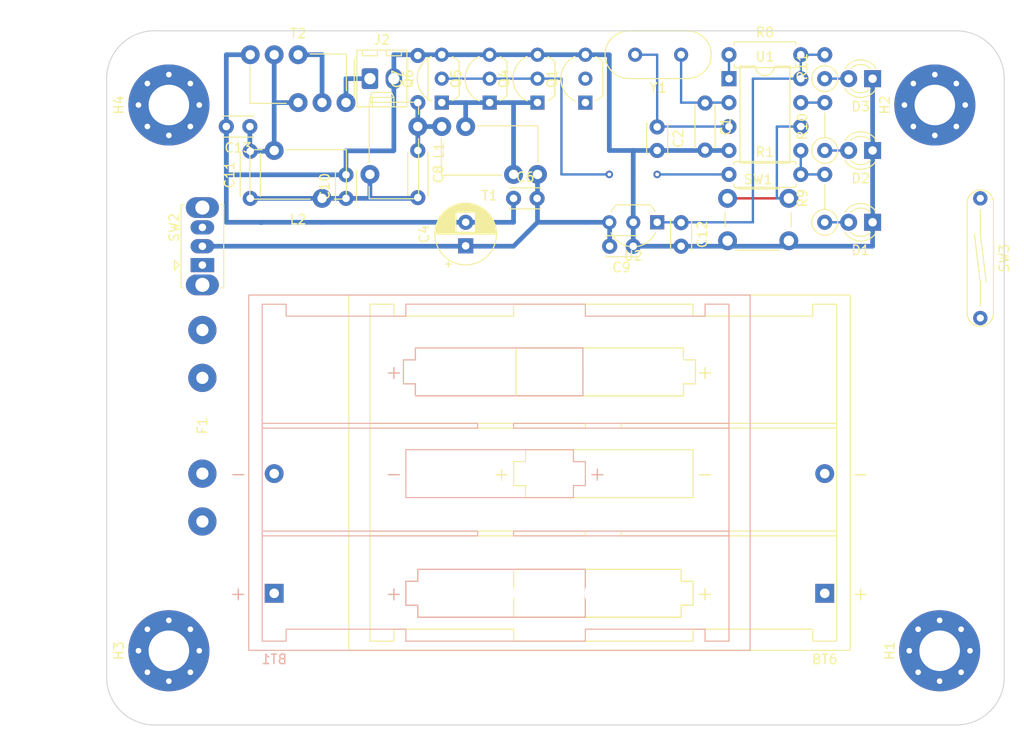
<source format=kicad_pcb>
(kicad_pcb (version 20171130) (host pcbnew 5.1.5-52549c5~84~ubuntu18.04.1)

  (general
    (thickness 1.6)
    (drawings 12)
    (tracks 92)
    (zones 0)
    (modules 41)
    (nets 23)
  )

  (page A4)
  (layers
    (0 F.Cu signal)
    (31 B.Cu signal)
    (32 B.Adhes user)
    (33 F.Adhes user)
    (34 B.Paste user)
    (35 F.Paste user)
    (36 B.SilkS user)
    (37 F.SilkS user)
    (38 B.Mask user)
    (39 F.Mask user)
    (40 Dwgs.User user)
    (41 Cmts.User user)
    (42 Eco1.User user)
    (43 Eco2.User user)
    (44 Edge.Cuts user)
    (45 Margin user)
    (46 B.CrtYd user)
    (47 F.CrtYd user)
    (48 B.Fab user)
    (49 F.Fab user)
  )

  (setup
    (last_trace_width 0.25)
    (trace_clearance 0.2)
    (zone_clearance 0.508)
    (zone_45_only no)
    (trace_min 0.2)
    (via_size 0.8)
    (via_drill 0.4)
    (via_min_size 0.4)
    (via_min_drill 0.3)
    (uvia_size 0.3)
    (uvia_drill 0.1)
    (uvias_allowed no)
    (uvia_min_size 0.2)
    (uvia_min_drill 0.1)
    (edge_width 0.1)
    (segment_width 0.2)
    (pcb_text_width 0.3)
    (pcb_text_size 1.5 1.5)
    (mod_edge_width 0.15)
    (mod_text_size 1 1)
    (mod_text_width 0.15)
    (pad_size 1.524 1.524)
    (pad_drill 0.762)
    (pad_to_mask_clearance 0)
    (aux_axis_origin 0 0)
    (visible_elements FFFFFF7F)
    (pcbplotparams
      (layerselection 0x010fc_ffffffff)
      (usegerberextensions false)
      (usegerberattributes false)
      (usegerberadvancedattributes false)
      (creategerberjobfile false)
      (excludeedgelayer true)
      (linewidth 0.100000)
      (plotframeref false)
      (viasonmask false)
      (mode 1)
      (useauxorigin false)
      (hpglpennumber 1)
      (hpglpenspeed 20)
      (hpglpendiameter 15.000000)
      (psnegative false)
      (psa4output false)
      (plotreference true)
      (plotvalue true)
      (plotinvisibletext false)
      (padsonsilk false)
      (subtractmaskfromsilk false)
      (outputformat 1)
      (mirror false)
      (drillshape 1)
      (scaleselection 1)
      (outputdirectory ""))
  )

  (net 0 "")
  (net 1 GND)
  (net 2 Xi)
  (net 3 Xo)
  (net 4 VCC)
  (net 5 "Net-(C7-Pad1)")
  (net 6 "Net-(C10-Pad1)")
  (net 7 "Net-(C11-Pad2)")
  (net 8 +5V)
  (net 9 "Net-(D1-Pad2)")
  (net 10 "Net-(D2-Pad2)")
  (net 11 "Net-(D3-Pad2)")
  (net 12 RST)
  (net 13 KEY)
  (net 14 "Net-(J2-Pad1)")
  (net 15 ACT)
  (net 16 SS)
  (net 17 "Net-(T2-Pad4)")
  (net 18 "Net-(BT1-Pad1)")
  (net 19 "Net-(BT6-Pad1)")
  (net 20 "Net-(Q1-Pad2)")
  (net 21 "Net-(Q1-Pad1)")
  (net 22 "Net-(F1-Pad1)")

  (net_class Default "This is the default net class."
    (clearance 0.2)
    (trace_width 0.25)
    (via_dia 0.8)
    (via_drill 0.4)
    (uvia_dia 0.3)
    (uvia_drill 0.1)
    (add_net +5V)
    (add_net ACT)
    (add_net KEY)
    (add_net "Net-(BT1-Pad1)")
    (add_net "Net-(D1-Pad2)")
    (add_net "Net-(D2-Pad2)")
    (add_net "Net-(D3-Pad2)")
    (add_net "Net-(F1-Pad1)")
    (add_net "Net-(Q1-Pad1)")
    (add_net "Net-(Q1-Pad2)")
    (add_net RST)
    (add_net SS)
    (add_net Xi)
    (add_net Xo)
  )

  (net_class PWR ""
    (clearance 0.2)
    (trace_width 0.5)
    (via_dia 0.8)
    (via_drill 0.4)
    (uvia_dia 0.3)
    (uvia_drill 0.1)
    (add_net GND)
    (add_net "Net-(BT6-Pad1)")
    (add_net "Net-(C10-Pad1)")
    (add_net "Net-(C11-Pad2)")
    (add_net "Net-(C7-Pad1)")
    (add_net "Net-(J2-Pad1)")
    (add_net "Net-(T2-Pad4)")
    (add_net VCC)
  )

  (module DM3MAT:Fuseholder_Cylinder-5x20mm_ESKA_Clip_Horizontal_Open (layer F.Cu) (tedit 5D481D00) (tstamp 5E2F3BDE)
    (at 111.76 110.49 270)
    (path /5E490BAB)
    (fp_text reference F1 (at 0 6.35 90) (layer F.SilkS)
      (effects (font (size 1 1) (thickness 0.15)))
    )
    (fp_text value "1A Flink" (at 0 -0.5 90) (layer F.Fab)
      (effects (font (size 1 1) (thickness 0.15)))
    )
    (fp_line (start -11.43 8.89) (end -11.43 3.81) (layer F.CrtYd) (width 0.12))
    (fp_line (start 11.43 8.89) (end -11.43 8.89) (layer F.CrtYd) (width 0.12))
    (fp_line (start 11.43 3.81) (end 11.43 8.89) (layer F.CrtYd) (width 0.12))
    (fp_line (start -11.43 3.81) (end 11.43 3.81) (layer F.CrtYd) (width 0.12))
    (pad 2 thru_hole circle (at 10.16 6.35 270) (size 3 3) (drill 1.3) (layers *.Cu *.Mask)
      (net 19 "Net-(BT6-Pad1)"))
    (pad 2 thru_hole circle (at 5.08 6.35 270) (size 3 3) (drill 1.3) (layers *.Cu *.Mask)
      (net 19 "Net-(BT6-Pad1)"))
    (pad 1 thru_hole circle (at -5.08 6.35 270) (size 3 3) (drill 1.3) (layers *.Cu *.Mask)
      (net 22 "Net-(F1-Pad1)"))
    (pad 1 thru_hole circle (at -10.16 6.35 270) (size 3 3) (drill 1.3) (layers *.Cu *.Mask)
      (net 22 "Net-(F1-Pad1)"))
  )

  (module DM3MAT:SW_Reed_Meder_MK6-5_P12.7 (layer F.Cu) (tedit 5E2EDF8D) (tstamp 5E2F3EFE)
    (at 187.96 92.71 270)
    (path /5E4B5967)
    (fp_text reference SW3 (at 0 -2.54 90) (layer F.SilkS)
      (effects (font (size 1 1) (thickness 0.15)))
    )
    (fp_text value EXT (at 0 -3.81 90) (layer F.Fab)
      (effects (font (size 1 1) (thickness 0.15)))
    )
    (fp_line (start -2.54 0) (end 2.54 -0.635) (layer F.SilkS) (width 0.12))
    (fp_line (start -2.54 0.635) (end 2.54 0) (layer F.SilkS) (width 0.12))
    (fp_line (start 2.54 0) (end 5.08 0) (layer F.SilkS) (width 0.12))
    (fp_line (start -5.08 0) (end -2.54 0) (layer F.SilkS) (width 0.12))
    (fp_line (start 7.366 -1.524) (end -7.366 -1.524) (layer F.CrtYd) (width 0.12))
    (fp_line (start 7.366 1.524) (end 7.366 -1.524) (layer F.CrtYd) (width 0.12))
    (fp_line (start -7.366 1.524) (end 7.366 1.524) (layer F.CrtYd) (width 0.12))
    (fp_line (start -7.366 -1.524) (end -7.366 1.524) (layer F.CrtYd) (width 0.12))
    (fp_arc (start -5.842 0) (end -5.842 -1.397) (angle -180) (layer F.SilkS) (width 0.12))
    (fp_arc (start 5.842 0) (end 5.842 1.397) (angle -180) (layer F.SilkS) (width 0.12))
    (fp_line (start -5.842 1.397) (end 5.842 1.397) (layer F.SilkS) (width 0.12))
    (fp_line (start -5.842 -1.397) (end 5.842 -1.397) (layer F.SilkS) (width 0.12))
    (pad 2 thru_hole circle (at 6.35 0 270) (size 1.524 1.524) (drill 0.762) (layers *.Cu *.Mask)
      (net 1 GND))
    (pad 1 thru_hole circle (at -6.35 0 270) (size 1.524 1.524) (drill 0.762) (layers *.Cu *.Mask)
      (net 16 SS))
  )

  (module Package_TO_SOT_THT:TO-92_Inline_Wide (layer F.Cu) (tedit 5A02FF81) (tstamp 5E2E2CD5)
    (at 146.05 76.2 90)
    (descr "TO-92 leads in-line, wide, drill 0.75mm (see NXP sot054_po.pdf)")
    (tags "to-92 sc-43 sc-43a sot54 PA33 transistor")
    (path /5E46B34C)
    (fp_text reference Q1 (at 2.54 -3.56 90) (layer F.SilkS)
      (effects (font (size 1 1) (thickness 0.15)))
    )
    (fp_text value BS170 (at 2.54 2.79 90) (layer F.Fab)
      (effects (font (size 1 1) (thickness 0.15)))
    )
    (fp_arc (start 2.54 0) (end 4.34 1.85) (angle -20) (layer F.SilkS) (width 0.12))
    (fp_arc (start 2.54 0) (end 2.54 -2.48) (angle -135) (layer F.Fab) (width 0.1))
    (fp_arc (start 2.54 0) (end 2.54 -2.48) (angle 135) (layer F.Fab) (width 0.1))
    (fp_arc (start 2.54 0) (end 2.54 -2.6) (angle 65) (layer F.SilkS) (width 0.12))
    (fp_arc (start 2.54 0) (end 2.54 -2.6) (angle -65) (layer F.SilkS) (width 0.12))
    (fp_arc (start 2.54 0) (end 0.74 1.85) (angle 20) (layer F.SilkS) (width 0.12))
    (fp_line (start 6.09 2.01) (end -1.01 2.01) (layer F.CrtYd) (width 0.05))
    (fp_line (start 6.09 2.01) (end 6.09 -2.73) (layer F.CrtYd) (width 0.05))
    (fp_line (start -1.01 -2.73) (end -1.01 2.01) (layer F.CrtYd) (width 0.05))
    (fp_line (start -1.01 -2.73) (end 6.09 -2.73) (layer F.CrtYd) (width 0.05))
    (fp_line (start 0.8 1.75) (end 4.3 1.75) (layer F.Fab) (width 0.1))
    (fp_line (start 0.74 1.85) (end 4.34 1.85) (layer F.SilkS) (width 0.12))
    (fp_text user %R (at 2.54 -3.56 90) (layer F.Fab)
      (effects (font (size 1 1) (thickness 0.15)))
    )
    (pad 1 thru_hole rect (at 0 0 180) (size 1.5 1.5) (drill 0.8) (layers *.Cu *.Mask)
      (net 21 "Net-(Q1-Pad1)"))
    (pad 3 thru_hole circle (at 5.08 0 180) (size 1.5 1.5) (drill 0.8) (layers *.Cu *.Mask)
      (net 1 GND))
    (pad 2 thru_hole circle (at 2.54 0 180) (size 1.5 1.5) (drill 0.8) (layers *.Cu *.Mask)
      (net 20 "Net-(Q1-Pad2)"))
    (model ${KISYS3DMOD}/Package_TO_SOT_THT.3dshapes/TO-92_Inline_Wide.wrl
      (at (xyz 0 0 0))
      (scale (xyz 1 1 1))
      (rotate (xyz 0 0 0))
    )
  )

  (module Battery:BatteryHolder_Keystone_2479_3xAAA (layer F.Cu) (tedit 5B254C90) (tstamp 5E2E59EA)
    (at 171.45 128.27 180)
    (descr "3xAAA cell battery holder, Keystone P/N 2479, http://www.keyelco.com/product-pdf.cfm?p=1041")
    (tags "AAA battery cell holder")
    (path /5EA18396)
    (fp_text reference BT6 (at 0 -7 180) (layer F.SilkS)
      (effects (font (size 1 1) (thickness 0.15)))
    )
    (fp_text value 3.6V (at 25.4 8.89) (layer F.Fab)
      (effects (font (size 1 1) (thickness 0.15)))
    )
    (fp_text user + (at -3.81 0) (layer F.SilkS)
      (effects (font (size 1.5 1.5) (thickness 0.15)))
    )
    (fp_text user - (at -3.81 12.7) (layer F.SilkS)
      (effects (font (size 1.5 1.5) (thickness 0.15)))
    )
    (fp_text user - (at 34.29 0) (layer F.SilkS)
      (effects (font (size 1.5 1.5) (thickness 0.15)))
    )
    (fp_text user - (at 34.29 23.495) (layer F.SilkS)
      (effects (font (size 1.5 1.5) (thickness 0.15)))
    )
    (fp_text user - (at 12.7 12.7) (layer F.SilkS)
      (effects (font (size 1.5 1.5) (thickness 0.15)))
    )
    (fp_text user + (at 12.7 23.495) (layer F.SilkS)
      (effects (font (size 1.5 1.5) (thickness 0.15)))
    )
    (fp_text user + (at 34.29 12.7) (layer F.SilkS)
      (effects (font (size 1.5 1.5) (thickness 0.15)))
    )
    (fp_line (start -2.6 -5.95) (end 50.4 -5.95) (layer F.Fab) (width 0.1))
    (fp_line (start -2.6 6.35) (end -2.6 -5.95) (layer F.Fab) (width 0.1))
    (fp_line (start -2.6 31.55) (end 50.4 31.55) (layer F.Fab) (width 0.1))
    (fp_line (start 50.4 18.65) (end 50.4 -5.95) (layer F.Fab) (width 0.1))
    (fp_line (start -2.6 18.65) (end -2.6 6.35) (layer F.Fab) (width 0.1))
    (fp_line (start 45.72 30.68) (end 45.72 29.41) (layer F.SilkS) (width 0.12))
    (fp_line (start 48.26 30.68) (end 45.72 30.68) (layer F.SilkS) (width 0.12))
    (fp_line (start 48.26 -5.08) (end 48.26 17.78) (layer F.SilkS) (width 0.12))
    (fp_line (start 45.72 -5.08) (end 45.72 -3.81) (layer F.SilkS) (width 0.12))
    (fp_line (start 48.26 -5.08) (end 45.72 -5.08) (layer F.SilkS) (width 0.12))
    (fp_line (start 1.27 29.41) (end 13.97 29.41) (layer F.SilkS) (width 0.12))
    (fp_line (start 1.27 30.6705) (end 1.27 29.41) (layer F.SilkS) (width 0.12))
    (fp_line (start -1.27 30.6705) (end 1.27 30.6705) (layer F.SilkS) (width 0.12))
    (fp_line (start -1.27 -5.08) (end -1.27 17.78) (layer F.SilkS) (width 0.12))
    (fp_line (start 1.27 -5.08) (end -1.27 -5.08) (layer F.SilkS) (width 0.12))
    (fp_line (start 1.27 -3.81) (end 1.27 -5.08) (layer F.SilkS) (width 0.12))
    (fp_line (start 1.27 -3.81) (end 13.97 -3.81) (layer F.SilkS) (width 0.12))
    (fp_line (start 45.72 29.41) (end 33.02 29.41) (layer F.SilkS) (width 0.12))
    (fp_line (start 13.97 -5.08) (end 13.97 -3.81) (layer F.SilkS) (width 0.12))
    (fp_line (start 33.02 -5.08) (end 13.97 -5.08) (layer F.SilkS) (width 0.12))
    (fp_line (start 33.02 -3.81) (end 33.02 -5.08) (layer F.SilkS) (width 0.12))
    (fp_line (start 45.72 -3.81) (end 33.02 -3.81) (layer F.SilkS) (width 0.12))
    (fp_line (start 33.02 30.68) (end 33.02 29.41) (layer F.SilkS) (width 0.12))
    (fp_line (start 13.97 30.68) (end 33.02 30.68) (layer F.SilkS) (width 0.12))
    (fp_line (start 13.97 29.41) (end 13.97 30.68) (layer F.SilkS) (width 0.12))
    (fp_line (start 25.4 6.604) (end 48.26 6.604) (layer F.SilkS) (width 0.12))
    (fp_line (start 25.4 6.096) (end 25.4 6.604) (layer F.SilkS) (width 0.12))
    (fp_line (start 48.26 6.096) (end 25.4 6.096) (layer F.SilkS) (width 0.12))
    (fp_line (start 21.59 6.604) (end -1.27 6.604) (layer F.SilkS) (width 0.12))
    (fp_line (start 21.59 6.096) (end 21.59 6.604) (layer F.SilkS) (width 0.12))
    (fp_line (start -1.27 6.096) (end 21.59 6.096) (layer F.SilkS) (width 0.12))
    (fp_line (start 33.02 -2.54) (end 33.02 -1.27) (layer F.SilkS) (width 0.12))
    (fp_line (start 15.24 -2.54) (end 33.02 -2.54) (layer F.SilkS) (width 0.12))
    (fp_line (start 15.24 -1.27) (end 15.24 -2.54) (layer F.SilkS) (width 0.12))
    (fp_line (start 13.97 -1.27) (end 15.24 -1.27) (layer F.SilkS) (width 0.12))
    (fp_line (start 13.97 1.27) (end 13.97 -1.27) (layer F.SilkS) (width 0.12))
    (fp_line (start 15.24 1.27) (end 13.97 1.27) (layer F.SilkS) (width 0.12))
    (fp_line (start 15.24 2.54) (end 15.24 1.27) (layer F.SilkS) (width 0.12))
    (fp_line (start 33.02 2.54) (end 15.24 2.54) (layer F.SilkS) (width 0.12))
    (fp_line (start 33.02 -1.27) (end 33.02 2.54) (layer F.SilkS) (width 0.12))
    (fp_line (start 31.75 15.24) (end 13.97 15.24) (layer F.SilkS) (width 0.12))
    (fp_line (start 31.75 13.97) (end 31.75 15.24) (layer F.SilkS) (width 0.12))
    (fp_line (start 33.02 13.97) (end 31.75 13.97) (layer F.SilkS) (width 0.12))
    (fp_line (start 33.02 11.43) (end 33.02 13.97) (layer F.SilkS) (width 0.12))
    (fp_line (start 31.75 11.43) (end 33.02 11.43) (layer F.SilkS) (width 0.12))
    (fp_line (start 31.75 10.16) (end 31.75 11.43) (layer F.SilkS) (width 0.12))
    (fp_line (start 13.97 10.16) (end 31.75 10.16) (layer F.SilkS) (width 0.12))
    (fp_line (start 13.97 15.24) (end 13.97 10.16) (layer F.SilkS) (width 0.12))
    (fp_line (start 50.4 18.65) (end 50.4 31.55) (layer F.Fab) (width 0.1))
    (fp_line (start -2.6 18.65) (end -2.6 31.55) (layer F.Fab) (width 0.1))
    (fp_line (start 48.26 17.78) (end 48.26 30.68) (layer F.SilkS) (width 0.12))
    (fp_line (start -1.27 17.78) (end -1.27 30.6705) (layer F.SilkS) (width 0.12))
    (fp_line (start 33.02 -1.27) (end 33.02 2.54) (layer F.SilkS) (width 0.12))
    (fp_line (start 33.02 2.54) (end 15.24 2.54) (layer F.SilkS) (width 0.12))
    (fp_line (start 15.24 2.54) (end 15.24 1.27) (layer F.SilkS) (width 0.12))
    (fp_line (start 15.24 1.27) (end 13.97 1.27) (layer F.SilkS) (width 0.12))
    (fp_line (start 13.97 1.27) (end 13.97 -1.27) (layer F.SilkS) (width 0.12))
    (fp_line (start 13.97 -1.27) (end 15.24 -1.27) (layer F.SilkS) (width 0.12))
    (fp_line (start 15.24 -1.27) (end 15.24 -2.54) (layer F.SilkS) (width 0.12))
    (fp_line (start 15.24 -2.54) (end 33.02 -2.54) (layer F.SilkS) (width 0.12))
    (fp_line (start 33.02 -2.54) (end 33.02 -1.27) (layer F.SilkS) (width 0.12))
    (fp_line (start 32.766 20.955) (end 32.766 22.225) (layer F.SilkS) (width 0.12))
    (fp_line (start 14.986 20.955) (end 32.766 20.955) (layer F.SilkS) (width 0.12))
    (fp_line (start 14.986 22.225) (end 14.986 20.955) (layer F.SilkS) (width 0.12))
    (fp_line (start 13.716 22.225) (end 14.986 22.225) (layer F.SilkS) (width 0.12))
    (fp_line (start 13.716 24.765) (end 13.716 22.225) (layer F.SilkS) (width 0.12))
    (fp_line (start 14.986 24.765) (end 13.716 24.765) (layer F.SilkS) (width 0.12))
    (fp_line (start 14.986 26.035) (end 14.986 24.765) (layer F.SilkS) (width 0.12))
    (fp_line (start 32.766 26.035) (end 14.986 26.035) (layer F.SilkS) (width 0.12))
    (fp_line (start 32.766 22.225) (end 32.766 26.035) (layer F.SilkS) (width 0.12))
    (fp_line (start 32.766 22.225) (end 32.766 26.035) (layer F.SilkS) (width 0.12))
    (fp_line (start 32.766 26.035) (end 14.986 26.035) (layer F.SilkS) (width 0.12))
    (fp_line (start 14.986 26.035) (end 14.986 24.765) (layer F.SilkS) (width 0.12))
    (fp_line (start 14.986 24.765) (end 13.716 24.765) (layer F.SilkS) (width 0.12))
    (fp_line (start 13.716 24.765) (end 13.716 22.225) (layer F.SilkS) (width 0.12))
    (fp_line (start 13.716 22.225) (end 14.986 22.225) (layer F.SilkS) (width 0.12))
    (fp_line (start 14.986 22.225) (end 14.986 20.955) (layer F.SilkS) (width 0.12))
    (fp_line (start 14.986 20.955) (end 32.766 20.955) (layer F.SilkS) (width 0.12))
    (fp_line (start 32.766 20.955) (end 32.766 22.225) (layer F.SilkS) (width 0.12))
    (fp_line (start -1.27 17.526) (end 21.59 17.526) (layer F.SilkS) (width 0.12))
    (fp_line (start 21.59 17.526) (end 21.59 18.034) (layer F.SilkS) (width 0.12))
    (fp_line (start 21.59 18.034) (end -1.27 18.034) (layer F.SilkS) (width 0.12))
    (fp_line (start 48.26 17.526) (end 25.4 17.526) (layer F.SilkS) (width 0.12))
    (fp_line (start 25.4 17.526) (end 25.4 18.034) (layer F.SilkS) (width 0.12))
    (fp_line (start 25.4 18.034) (end 48.26 18.034) (layer F.SilkS) (width 0.12))
    (fp_line (start 50.9 -6.45) (end 50.9 32.05) (layer F.CrtYd) (width 0.05))
    (fp_line (start 50.9 32.05) (end -3.1 32.05) (layer F.CrtYd) (width 0.05))
    (fp_line (start -3.1 32.05) (end -3.1 -6.45) (layer F.CrtYd) (width 0.05))
    (fp_line (start -3.1 -6.45) (end 50.9 -6.45) (layer F.CrtYd) (width 0.05))
    (fp_line (start 50.5 -6.05) (end -2.7 -6.05) (layer F.SilkS) (width 0.12))
    (fp_line (start -2.7 -6.05) (end -2.7 31.65) (layer F.SilkS) (width 0.12))
    (fp_line (start -2.7 31.65) (end 50.5 31.65) (layer F.SilkS) (width 0.12))
    (fp_line (start 50.5 31.65) (end 50.5 -6.05) (layer F.SilkS) (width 0.12))
    (fp_text user %R (at 0 0) (layer F.Fab)
      (effects (font (size 1 1) (thickness 0.15)))
    )
    (fp_text user + (at 12.7 0) (layer F.SilkS)
      (effects (font (size 1.5 1.5) (thickness 0.15)))
    )
    (pad "" np_thru_hole circle (at 23.7236 0 180) (size 3.5 3.5) (drill 3.5) (layers *.Cu *.Mask))
    (pad "" np_thru_hole circle (at 23.7236 23.495 180) (size 3.5 3.5) (drill 3.5) (layers *.Cu *.Mask))
    (pad 2 thru_hole circle (at 0 12.7 180) (size 2 2) (drill 1.02) (layers *.Cu *.Mask)
      (net 18 "Net-(BT1-Pad1)"))
    (pad 1 thru_hole rect (at 0 0 180) (size 2 2) (drill 1.02) (layers *.Cu *.Mask)
      (net 19 "Net-(BT6-Pad1)"))
    (model ${KISYS3DMOD}/Battery.3dshapes/BatteryHolder_Keystone_2479_3xAAA.wrl
      (at (xyz 0 0 0))
      (scale (xyz 1 1 1))
      (rotate (xyz 0 0 0))
    )
  )

  (module Battery:BatteryHolder_Keystone_2479_3xAAA (layer B.Cu) (tedit 5B254C90) (tstamp 5E2E3140)
    (at 113.03 128.27)
    (descr "3xAAA cell battery holder, Keystone P/N 2479, http://www.keyelco.com/product-pdf.cfm?p=1041")
    (tags "AAA battery cell holder")
    (path /5EC1DEC9)
    (fp_text reference BT1 (at 0 7 -180) (layer B.SilkS)
      (effects (font (size 1 1) (thickness 0.15)) (justify mirror))
    )
    (fp_text value 3.6V (at 25.4 -8.89) (layer B.Fab)
      (effects (font (size 1 1) (thickness 0.15)) (justify mirror))
    )
    (fp_text user + (at -3.81 0) (layer B.SilkS)
      (effects (font (size 1.5 1.5) (thickness 0.15)) (justify mirror))
    )
    (fp_text user - (at -3.81 -12.7) (layer B.SilkS)
      (effects (font (size 1.5 1.5) (thickness 0.15)) (justify mirror))
    )
    (fp_text user - (at 34.29 0) (layer B.SilkS)
      (effects (font (size 1.5 1.5) (thickness 0.15)) (justify mirror))
    )
    (fp_text user - (at 34.29 -23.495) (layer B.SilkS)
      (effects (font (size 1.5 1.5) (thickness 0.15)) (justify mirror))
    )
    (fp_text user - (at 12.7 -12.7) (layer B.SilkS)
      (effects (font (size 1.5 1.5) (thickness 0.15)) (justify mirror))
    )
    (fp_text user + (at 12.7 -23.495) (layer B.SilkS)
      (effects (font (size 1.5 1.5) (thickness 0.15)) (justify mirror))
    )
    (fp_text user + (at 34.29 -12.7) (layer B.SilkS)
      (effects (font (size 1.5 1.5) (thickness 0.15)) (justify mirror))
    )
    (fp_line (start -2.6 5.95) (end 50.4 5.95) (layer B.Fab) (width 0.1))
    (fp_line (start -2.6 -6.35) (end -2.6 5.95) (layer B.Fab) (width 0.1))
    (fp_line (start -2.6 -31.55) (end 50.4 -31.55) (layer B.Fab) (width 0.1))
    (fp_line (start 50.4 -18.65) (end 50.4 5.95) (layer B.Fab) (width 0.1))
    (fp_line (start -2.6 -18.65) (end -2.6 -6.35) (layer B.Fab) (width 0.1))
    (fp_line (start 45.72 -30.68) (end 45.72 -29.41) (layer B.SilkS) (width 0.12))
    (fp_line (start 48.26 -30.68) (end 45.72 -30.68) (layer B.SilkS) (width 0.12))
    (fp_line (start 48.26 5.08) (end 48.26 -17.78) (layer B.SilkS) (width 0.12))
    (fp_line (start 45.72 5.08) (end 45.72 3.81) (layer B.SilkS) (width 0.12))
    (fp_line (start 48.26 5.08) (end 45.72 5.08) (layer B.SilkS) (width 0.12))
    (fp_line (start 1.27 -29.41) (end 13.97 -29.41) (layer B.SilkS) (width 0.12))
    (fp_line (start 1.27 -30.6705) (end 1.27 -29.41) (layer B.SilkS) (width 0.12))
    (fp_line (start -1.27 -30.6705) (end 1.27 -30.6705) (layer B.SilkS) (width 0.12))
    (fp_line (start -1.27 5.08) (end -1.27 -17.78) (layer B.SilkS) (width 0.12))
    (fp_line (start 1.27 5.08) (end -1.27 5.08) (layer B.SilkS) (width 0.12))
    (fp_line (start 1.27 3.81) (end 1.27 5.08) (layer B.SilkS) (width 0.12))
    (fp_line (start 1.27 3.81) (end 13.97 3.81) (layer B.SilkS) (width 0.12))
    (fp_line (start 45.72 -29.41) (end 33.02 -29.41) (layer B.SilkS) (width 0.12))
    (fp_line (start 13.97 5.08) (end 13.97 3.81) (layer B.SilkS) (width 0.12))
    (fp_line (start 33.02 5.08) (end 13.97 5.08) (layer B.SilkS) (width 0.12))
    (fp_line (start 33.02 3.81) (end 33.02 5.08) (layer B.SilkS) (width 0.12))
    (fp_line (start 45.72 3.81) (end 33.02 3.81) (layer B.SilkS) (width 0.12))
    (fp_line (start 33.02 -30.68) (end 33.02 -29.41) (layer B.SilkS) (width 0.12))
    (fp_line (start 13.97 -30.68) (end 33.02 -30.68) (layer B.SilkS) (width 0.12))
    (fp_line (start 13.97 -29.41) (end 13.97 -30.68) (layer B.SilkS) (width 0.12))
    (fp_line (start 25.4 -6.604) (end 48.26 -6.604) (layer B.SilkS) (width 0.12))
    (fp_line (start 25.4 -6.096) (end 25.4 -6.604) (layer B.SilkS) (width 0.12))
    (fp_line (start 48.26 -6.096) (end 25.4 -6.096) (layer B.SilkS) (width 0.12))
    (fp_line (start 21.59 -6.604) (end -1.27 -6.604) (layer B.SilkS) (width 0.12))
    (fp_line (start 21.59 -6.096) (end 21.59 -6.604) (layer B.SilkS) (width 0.12))
    (fp_line (start -1.27 -6.096) (end 21.59 -6.096) (layer B.SilkS) (width 0.12))
    (fp_line (start 33.02 2.54) (end 33.02 1.27) (layer B.SilkS) (width 0.12))
    (fp_line (start 15.24 2.54) (end 33.02 2.54) (layer B.SilkS) (width 0.12))
    (fp_line (start 15.24 1.27) (end 15.24 2.54) (layer B.SilkS) (width 0.12))
    (fp_line (start 13.97 1.27) (end 15.24 1.27) (layer B.SilkS) (width 0.12))
    (fp_line (start 13.97 -1.27) (end 13.97 1.27) (layer B.SilkS) (width 0.12))
    (fp_line (start 15.24 -1.27) (end 13.97 -1.27) (layer B.SilkS) (width 0.12))
    (fp_line (start 15.24 -2.54) (end 15.24 -1.27) (layer B.SilkS) (width 0.12))
    (fp_line (start 33.02 -2.54) (end 15.24 -2.54) (layer B.SilkS) (width 0.12))
    (fp_line (start 33.02 1.27) (end 33.02 -2.54) (layer B.SilkS) (width 0.12))
    (fp_line (start 31.75 -15.24) (end 13.97 -15.24) (layer B.SilkS) (width 0.12))
    (fp_line (start 31.75 -13.97) (end 31.75 -15.24) (layer B.SilkS) (width 0.12))
    (fp_line (start 33.02 -13.97) (end 31.75 -13.97) (layer B.SilkS) (width 0.12))
    (fp_line (start 33.02 -11.43) (end 33.02 -13.97) (layer B.SilkS) (width 0.12))
    (fp_line (start 31.75 -11.43) (end 33.02 -11.43) (layer B.SilkS) (width 0.12))
    (fp_line (start 31.75 -10.16) (end 31.75 -11.43) (layer B.SilkS) (width 0.12))
    (fp_line (start 13.97 -10.16) (end 31.75 -10.16) (layer B.SilkS) (width 0.12))
    (fp_line (start 13.97 -15.24) (end 13.97 -10.16) (layer B.SilkS) (width 0.12))
    (fp_line (start 50.4 -18.65) (end 50.4 -31.55) (layer B.Fab) (width 0.1))
    (fp_line (start -2.6 -18.65) (end -2.6 -31.55) (layer B.Fab) (width 0.1))
    (fp_line (start 48.26 -17.78) (end 48.26 -30.68) (layer B.SilkS) (width 0.12))
    (fp_line (start -1.27 -17.78) (end -1.27 -30.6705) (layer B.SilkS) (width 0.12))
    (fp_line (start 33.02 1.27) (end 33.02 -2.54) (layer B.SilkS) (width 0.12))
    (fp_line (start 33.02 -2.54) (end 15.24 -2.54) (layer B.SilkS) (width 0.12))
    (fp_line (start 15.24 -2.54) (end 15.24 -1.27) (layer B.SilkS) (width 0.12))
    (fp_line (start 15.24 -1.27) (end 13.97 -1.27) (layer B.SilkS) (width 0.12))
    (fp_line (start 13.97 -1.27) (end 13.97 1.27) (layer B.SilkS) (width 0.12))
    (fp_line (start 13.97 1.27) (end 15.24 1.27) (layer B.SilkS) (width 0.12))
    (fp_line (start 15.24 1.27) (end 15.24 2.54) (layer B.SilkS) (width 0.12))
    (fp_line (start 15.24 2.54) (end 33.02 2.54) (layer B.SilkS) (width 0.12))
    (fp_line (start 33.02 2.54) (end 33.02 1.27) (layer B.SilkS) (width 0.12))
    (fp_line (start 32.766 -20.955) (end 32.766 -22.225) (layer B.SilkS) (width 0.12))
    (fp_line (start 14.986 -20.955) (end 32.766 -20.955) (layer B.SilkS) (width 0.12))
    (fp_line (start 14.986 -22.225) (end 14.986 -20.955) (layer B.SilkS) (width 0.12))
    (fp_line (start 13.716 -22.225) (end 14.986 -22.225) (layer B.SilkS) (width 0.12))
    (fp_line (start 13.716 -24.765) (end 13.716 -22.225) (layer B.SilkS) (width 0.12))
    (fp_line (start 14.986 -24.765) (end 13.716 -24.765) (layer B.SilkS) (width 0.12))
    (fp_line (start 14.986 -26.035) (end 14.986 -24.765) (layer B.SilkS) (width 0.12))
    (fp_line (start 32.766 -26.035) (end 14.986 -26.035) (layer B.SilkS) (width 0.12))
    (fp_line (start 32.766 -22.225) (end 32.766 -26.035) (layer B.SilkS) (width 0.12))
    (fp_line (start 32.766 -22.225) (end 32.766 -26.035) (layer B.SilkS) (width 0.12))
    (fp_line (start 32.766 -26.035) (end 14.986 -26.035) (layer B.SilkS) (width 0.12))
    (fp_line (start 14.986 -26.035) (end 14.986 -24.765) (layer B.SilkS) (width 0.12))
    (fp_line (start 14.986 -24.765) (end 13.716 -24.765) (layer B.SilkS) (width 0.12))
    (fp_line (start 13.716 -24.765) (end 13.716 -22.225) (layer B.SilkS) (width 0.12))
    (fp_line (start 13.716 -22.225) (end 14.986 -22.225) (layer B.SilkS) (width 0.12))
    (fp_line (start 14.986 -22.225) (end 14.986 -20.955) (layer B.SilkS) (width 0.12))
    (fp_line (start 14.986 -20.955) (end 32.766 -20.955) (layer B.SilkS) (width 0.12))
    (fp_line (start 32.766 -20.955) (end 32.766 -22.225) (layer B.SilkS) (width 0.12))
    (fp_line (start -1.27 -17.526) (end 21.59 -17.526) (layer B.SilkS) (width 0.12))
    (fp_line (start 21.59 -17.526) (end 21.59 -18.034) (layer B.SilkS) (width 0.12))
    (fp_line (start 21.59 -18.034) (end -1.27 -18.034) (layer B.SilkS) (width 0.12))
    (fp_line (start 48.26 -17.526) (end 25.4 -17.526) (layer B.SilkS) (width 0.12))
    (fp_line (start 25.4 -17.526) (end 25.4 -18.034) (layer B.SilkS) (width 0.12))
    (fp_line (start 25.4 -18.034) (end 48.26 -18.034) (layer B.SilkS) (width 0.12))
    (fp_line (start 50.9 6.45) (end 50.9 -32.05) (layer B.CrtYd) (width 0.05))
    (fp_line (start 50.9 -32.05) (end -3.1 -32.05) (layer B.CrtYd) (width 0.05))
    (fp_line (start -3.1 -32.05) (end -3.1 6.45) (layer B.CrtYd) (width 0.05))
    (fp_line (start -3.1 6.45) (end 50.9 6.45) (layer B.CrtYd) (width 0.05))
    (fp_line (start 50.5 6.05) (end -2.7 6.05) (layer B.SilkS) (width 0.12))
    (fp_line (start -2.7 6.05) (end -2.7 -31.65) (layer B.SilkS) (width 0.12))
    (fp_line (start -2.7 -31.65) (end 50.5 -31.65) (layer B.SilkS) (width 0.12))
    (fp_line (start 50.5 -31.65) (end 50.5 6.05) (layer B.SilkS) (width 0.12))
    (fp_text user %R (at 0 0) (layer B.Fab)
      (effects (font (size 1 1) (thickness 0.15)) (justify mirror))
    )
    (fp_text user + (at 12.7 0) (layer B.SilkS)
      (effects (font (size 1.5 1.5) (thickness 0.15)) (justify mirror))
    )
    (pad "" np_thru_hole circle (at 23.7236 0) (size 3.5 3.5) (drill 3.5) (layers *.Cu *.Mask))
    (pad "" np_thru_hole circle (at 23.7236 -23.495) (size 3.5 3.5) (drill 3.5) (layers *.Cu *.Mask))
    (pad 2 thru_hole circle (at 0 -12.7) (size 2 2) (drill 1.02) (layers *.Cu *.Mask)
      (net 1 GND))
    (pad 1 thru_hole rect (at 0 0) (size 2 2) (drill 1.02) (layers *.Cu *.Mask)
      (net 18 "Net-(BT1-Pad1)"))
    (model ${KISYS3DMOD}/Battery.3dshapes/BatteryHolder_Keystone_2479_3xAAA.wrl
      (at (xyz 0 0 0))
      (scale (xyz 1 1 1))
      (rotate (xyz 0 0 0))
    )
  )

  (module MountingHole:MountingHole_4.3mm_M4_Pad_Via (layer F.Cu) (tedit 56DDBFD7) (tstamp 5E2E5A53)
    (at 101.854 76.454 90)
    (descr "Mounting Hole 4.3mm, M4")
    (tags "mounting hole 4.3mm m4")
    (path /5E9FF542)
    (attr virtual)
    (fp_text reference H4 (at 0 -5.3 90) (layer F.SilkS)
      (effects (font (size 1 1) (thickness 0.15)))
    )
    (fp_text value GND (at 0 5.3 90) (layer F.Fab)
      (effects (font (size 1 1) (thickness 0.15)))
    )
    (fp_circle (center 0 0) (end 4.55 0) (layer F.CrtYd) (width 0.05))
    (fp_circle (center 0 0) (end 4.3 0) (layer Cmts.User) (width 0.15))
    (fp_text user %R (at 0.3 0 90) (layer F.Fab)
      (effects (font (size 1 1) (thickness 0.15)))
    )
    (pad 1 thru_hole circle (at 2.280419 -2.280419 90) (size 0.9 0.9) (drill 0.6) (layers *.Cu *.Mask)
      (net 1 GND))
    (pad 1 thru_hole circle (at 0 -3.225 90) (size 0.9 0.9) (drill 0.6) (layers *.Cu *.Mask)
      (net 1 GND))
    (pad 1 thru_hole circle (at -2.280419 -2.280419 90) (size 0.9 0.9) (drill 0.6) (layers *.Cu *.Mask)
      (net 1 GND))
    (pad 1 thru_hole circle (at -3.225 0 90) (size 0.9 0.9) (drill 0.6) (layers *.Cu *.Mask)
      (net 1 GND))
    (pad 1 thru_hole circle (at -2.280419 2.280419 90) (size 0.9 0.9) (drill 0.6) (layers *.Cu *.Mask)
      (net 1 GND))
    (pad 1 thru_hole circle (at 0 3.225 90) (size 0.9 0.9) (drill 0.6) (layers *.Cu *.Mask)
      (net 1 GND))
    (pad 1 thru_hole circle (at 2.280419 2.280419 90) (size 0.9 0.9) (drill 0.6) (layers *.Cu *.Mask)
      (net 1 GND))
    (pad 1 thru_hole circle (at 3.225 0 90) (size 0.9 0.9) (drill 0.6) (layers *.Cu *.Mask)
      (net 1 GND))
    (pad 1 thru_hole circle (at 0 0 90) (size 8.6 8.6) (drill 4.3) (layers *.Cu *.Mask)
      (net 1 GND))
  )

  (module MountingHole:MountingHole_4.3mm_M4_Pad_Via (layer F.Cu) (tedit 56DDBFD7) (tstamp 5E2EA38E)
    (at 101.854 134.366 90)
    (descr "Mounting Hole 4.3mm, M4")
    (tags "mounting hole 4.3mm m4")
    (path /5E9FF10A)
    (attr virtual)
    (fp_text reference H3 (at 0 -5.3 90) (layer F.SilkS)
      (effects (font (size 1 1) (thickness 0.15)))
    )
    (fp_text value GND (at 0 5.3 90) (layer F.Fab)
      (effects (font (size 1 1) (thickness 0.15)))
    )
    (fp_circle (center 0 0) (end 4.55 0) (layer F.CrtYd) (width 0.05))
    (fp_circle (center 0 0) (end 4.3 0) (layer Cmts.User) (width 0.15))
    (fp_text user %R (at 0.3 0 90) (layer F.Fab)
      (effects (font (size 1 1) (thickness 0.15)))
    )
    (pad 1 thru_hole circle (at 2.280419 -2.280419 90) (size 0.9 0.9) (drill 0.6) (layers *.Cu *.Mask)
      (net 1 GND))
    (pad 1 thru_hole circle (at 0 -3.225 90) (size 0.9 0.9) (drill 0.6) (layers *.Cu *.Mask)
      (net 1 GND))
    (pad 1 thru_hole circle (at -2.280419 -2.280419 90) (size 0.9 0.9) (drill 0.6) (layers *.Cu *.Mask)
      (net 1 GND))
    (pad 1 thru_hole circle (at -3.225 0 90) (size 0.9 0.9) (drill 0.6) (layers *.Cu *.Mask)
      (net 1 GND))
    (pad 1 thru_hole circle (at -2.280419 2.280419 90) (size 0.9 0.9) (drill 0.6) (layers *.Cu *.Mask)
      (net 1 GND))
    (pad 1 thru_hole circle (at 0 3.225 90) (size 0.9 0.9) (drill 0.6) (layers *.Cu *.Mask)
      (net 1 GND))
    (pad 1 thru_hole circle (at 2.280419 2.280419 90) (size 0.9 0.9) (drill 0.6) (layers *.Cu *.Mask)
      (net 1 GND))
    (pad 1 thru_hole circle (at 3.225 0 90) (size 0.9 0.9) (drill 0.6) (layers *.Cu *.Mask)
      (net 1 GND))
    (pad 1 thru_hole circle (at 0 0 90) (size 8.6 8.6) (drill 4.3) (layers *.Cu *.Mask)
      (net 1 GND))
  )

  (module MountingHole:MountingHole_4.3mm_M4_Pad_Via (layer F.Cu) (tedit 56DDBFD7) (tstamp 5E2EA314)
    (at 183.134 76.454 90)
    (descr "Mounting Hole 4.3mm, M4")
    (tags "mounting hole 4.3mm m4")
    (path /5E9FEC1B)
    (attr virtual)
    (fp_text reference H2 (at 0 -5.3 90) (layer F.SilkS)
      (effects (font (size 1 1) (thickness 0.15)))
    )
    (fp_text value GND (at 0 5.3 90) (layer F.Fab)
      (effects (font (size 1 1) (thickness 0.15)))
    )
    (fp_circle (center 0 0) (end 4.55 0) (layer F.CrtYd) (width 0.05))
    (fp_circle (center 0 0) (end 4.3 0) (layer Cmts.User) (width 0.15))
    (fp_text user %R (at 0.3 0 90) (layer F.Fab)
      (effects (font (size 1 1) (thickness 0.15)))
    )
    (pad 1 thru_hole circle (at 2.280419 -2.280419 90) (size 0.9 0.9) (drill 0.6) (layers *.Cu *.Mask)
      (net 1 GND))
    (pad 1 thru_hole circle (at 0 -3.225 90) (size 0.9 0.9) (drill 0.6) (layers *.Cu *.Mask)
      (net 1 GND))
    (pad 1 thru_hole circle (at -2.280419 -2.280419 90) (size 0.9 0.9) (drill 0.6) (layers *.Cu *.Mask)
      (net 1 GND))
    (pad 1 thru_hole circle (at -3.225 0 90) (size 0.9 0.9) (drill 0.6) (layers *.Cu *.Mask)
      (net 1 GND))
    (pad 1 thru_hole circle (at -2.280419 2.280419 90) (size 0.9 0.9) (drill 0.6) (layers *.Cu *.Mask)
      (net 1 GND))
    (pad 1 thru_hole circle (at 0 3.225 90) (size 0.9 0.9) (drill 0.6) (layers *.Cu *.Mask)
      (net 1 GND))
    (pad 1 thru_hole circle (at 2.280419 2.280419 90) (size 0.9 0.9) (drill 0.6) (layers *.Cu *.Mask)
      (net 1 GND))
    (pad 1 thru_hole circle (at 3.225 0 90) (size 0.9 0.9) (drill 0.6) (layers *.Cu *.Mask)
      (net 1 GND))
    (pad 1 thru_hole circle (at 0 0 90) (size 8.6 8.6) (drill 4.3) (layers *.Cu *.Mask)
      (net 1 GND))
  )

  (module MountingHole:MountingHole_4.3mm_M4_Pad_Via (layer F.Cu) (tedit 56DDBFD7) (tstamp 5E2E5012)
    (at 183.642 134.366 90)
    (descr "Mounting Hole 4.3mm, M4")
    (tags "mounting hole 4.3mm m4")
    (path /5E9EFD8B)
    (attr virtual)
    (fp_text reference H1 (at 0 -5.3 90) (layer F.SilkS)
      (effects (font (size 1 1) (thickness 0.15)))
    )
    (fp_text value GND (at 0 5.3 90) (layer F.Fab)
      (effects (font (size 1 1) (thickness 0.15)))
    )
    (fp_circle (center 0 0) (end 4.55 0) (layer F.CrtYd) (width 0.05))
    (fp_circle (center 0 0) (end 4.3 0) (layer Cmts.User) (width 0.15))
    (fp_text user %R (at 0.3 0 90) (layer F.Fab)
      (effects (font (size 1 1) (thickness 0.15)))
    )
    (pad 1 thru_hole circle (at 2.280419 -2.280419 90) (size 0.9 0.9) (drill 0.6) (layers *.Cu *.Mask)
      (net 1 GND))
    (pad 1 thru_hole circle (at 0 -3.225 90) (size 0.9 0.9) (drill 0.6) (layers *.Cu *.Mask)
      (net 1 GND))
    (pad 1 thru_hole circle (at -2.280419 -2.280419 90) (size 0.9 0.9) (drill 0.6) (layers *.Cu *.Mask)
      (net 1 GND))
    (pad 1 thru_hole circle (at -3.225 0 90) (size 0.9 0.9) (drill 0.6) (layers *.Cu *.Mask)
      (net 1 GND))
    (pad 1 thru_hole circle (at -2.280419 2.280419 90) (size 0.9 0.9) (drill 0.6) (layers *.Cu *.Mask)
      (net 1 GND))
    (pad 1 thru_hole circle (at 0 3.225 90) (size 0.9 0.9) (drill 0.6) (layers *.Cu *.Mask)
      (net 1 GND))
    (pad 1 thru_hole circle (at 2.280419 2.280419 90) (size 0.9 0.9) (drill 0.6) (layers *.Cu *.Mask)
      (net 1 GND))
    (pad 1 thru_hole circle (at 3.225 0 90) (size 0.9 0.9) (drill 0.6) (layers *.Cu *.Mask)
      (net 1 GND))
    (pad 1 thru_hole circle (at 0 0 90) (size 8.6 8.6) (drill 4.3) (layers *.Cu *.Mask)
      (net 1 GND))
  )

  (module Resistor_THT:R_Axial_DIN0207_L6.3mm_D2.5mm_P5.08mm_Vertical (layer F.Cu) (tedit 5AE5139B) (tstamp 5E2E50DA)
    (at 171.45 81.28 90)
    (descr "Resistor, Axial_DIN0207 series, Axial, Vertical, pin pitch=5.08mm, 0.25W = 1/4W, length*diameter=6.3*2.5mm^2, http://cdn-reichelt.de/documents/datenblatt/B400/1_4W%23YAG.pdf")
    (tags "Resistor Axial_DIN0207 series Axial Vertical pin pitch 5.08mm 0.25W = 1/4W length 6.3mm diameter 2.5mm")
    (path /5E8840F8)
    (fp_text reference R10 (at 2.54 -2.37 90) (layer F.SilkS)
      (effects (font (size 1 1) (thickness 0.15)))
    )
    (fp_text value 1.5k (at 2.54 2.37 90) (layer F.Fab)
      (effects (font (size 1 1) (thickness 0.15)))
    )
    (fp_text user %R (at 2.54 -2.37 90) (layer F.Fab)
      (effects (font (size 1 1) (thickness 0.15)))
    )
    (fp_line (start 6.13 -1.5) (end -1.5 -1.5) (layer F.CrtYd) (width 0.05))
    (fp_line (start 6.13 1.5) (end 6.13 -1.5) (layer F.CrtYd) (width 0.05))
    (fp_line (start -1.5 1.5) (end 6.13 1.5) (layer F.CrtYd) (width 0.05))
    (fp_line (start -1.5 -1.5) (end -1.5 1.5) (layer F.CrtYd) (width 0.05))
    (fp_line (start 1.37 0) (end 3.98 0) (layer F.SilkS) (width 0.12))
    (fp_line (start 0 0) (end 5.08 0) (layer F.Fab) (width 0.1))
    (fp_circle (center 0 0) (end 1.37 0) (layer F.SilkS) (width 0.12))
    (fp_circle (center 0 0) (end 1.25 0) (layer F.Fab) (width 0.1))
    (pad 2 thru_hole oval (at 5.08 0 90) (size 1.6 1.6) (drill 0.8) (layers *.Cu *.Mask)
      (net 15 ACT))
    (pad 1 thru_hole circle (at 0 0 90) (size 1.6 1.6) (drill 0.8) (layers *.Cu *.Mask)
      (net 10 "Net-(D2-Pad2)"))
    (model ${KISYS3DMOD}/Resistor_THT.3dshapes/R_Axial_DIN0207_L6.3mm_D2.5mm_P5.08mm_Vertical.wrl
      (at (xyz 0 0 0))
      (scale (xyz 1 1 1))
      (rotate (xyz 0 0 0))
    )
  )

  (module Resistor_THT:R_Axial_DIN0207_L6.3mm_D2.5mm_P5.08mm_Vertical (layer F.Cu) (tedit 5AE5139B) (tstamp 5E2E5AE5)
    (at 171.45 88.9 90)
    (descr "Resistor, Axial_DIN0207 series, Axial, Vertical, pin pitch=5.08mm, 0.25W = 1/4W, length*diameter=6.3*2.5mm^2, http://cdn-reichelt.de/documents/datenblatt/B400/1_4W%23YAG.pdf")
    (tags "Resistor Axial_DIN0207 series Axial Vertical pin pitch 5.08mm 0.25W = 1/4W length 6.3mm diameter 2.5mm")
    (path /5E82D2F8)
    (fp_text reference R9 (at 2.54 -2.37 90) (layer F.SilkS)
      (effects (font (size 1 1) (thickness 0.15)))
    )
    (fp_text value 1.5k (at 2.54 2.37 90) (layer F.Fab)
      (effects (font (size 1 1) (thickness 0.15)))
    )
    (fp_text user %R (at 2.54 -2.37 90) (layer F.Fab)
      (effects (font (size 1 1) (thickness 0.15)))
    )
    (fp_line (start 6.13 -1.5) (end -1.5 -1.5) (layer F.CrtYd) (width 0.05))
    (fp_line (start 6.13 1.5) (end 6.13 -1.5) (layer F.CrtYd) (width 0.05))
    (fp_line (start -1.5 1.5) (end 6.13 1.5) (layer F.CrtYd) (width 0.05))
    (fp_line (start -1.5 -1.5) (end -1.5 1.5) (layer F.CrtYd) (width 0.05))
    (fp_line (start 1.37 0) (end 3.98 0) (layer F.SilkS) (width 0.12))
    (fp_line (start 0 0) (end 5.08 0) (layer F.Fab) (width 0.1))
    (fp_circle (center 0 0) (end 1.37 0) (layer F.SilkS) (width 0.12))
    (fp_circle (center 0 0) (end 1.25 0) (layer F.Fab) (width 0.1))
    (pad 2 thru_hole oval (at 5.08 0 90) (size 1.6 1.6) (drill 0.8) (layers *.Cu *.Mask)
      (net 13 KEY))
    (pad 1 thru_hole circle (at 0 0 90) (size 1.6 1.6) (drill 0.8) (layers *.Cu *.Mask)
      (net 9 "Net-(D1-Pad2)"))
    (model ${KISYS3DMOD}/Resistor_THT.3dshapes/R_Axial_DIN0207_L6.3mm_D2.5mm_P5.08mm_Vertical.wrl
      (at (xyz 0 0 0))
      (scale (xyz 1 1 1))
      (rotate (xyz 0 0 0))
    )
  )

  (module Capacitor_THT:C_Disc_D4.3mm_W1.9mm_P5.00mm (layer F.Cu) (tedit 5AE50EF0) (tstamp 5E2E4FD2)
    (at 110.49 86.36 90)
    (descr "C, Disc series, Radial, pin pitch=5.00mm, , diameter*width=4.3*1.9mm^2, Capacitor, http://www.vishay.com/docs/45233/krseries.pdf")
    (tags "C Disc series Radial pin pitch 5.00mm  diameter 4.3mm width 1.9mm Capacitor")
    (path /5E60F8BF)
    (fp_text reference C11 (at 2.5 -2.2 90) (layer F.SilkS)
      (effects (font (size 1 1) (thickness 0.15)))
    )
    (fp_text value 390p (at 2.5 2.2 90) (layer F.Fab)
      (effects (font (size 1 1) (thickness 0.15)))
    )
    (fp_text user %R (at 2.5 0 90) (layer F.Fab)
      (effects (font (size 0.86 0.86) (thickness 0.129)))
    )
    (fp_line (start 6.05 -1.2) (end -1.05 -1.2) (layer F.CrtYd) (width 0.05))
    (fp_line (start 6.05 1.2) (end 6.05 -1.2) (layer F.CrtYd) (width 0.05))
    (fp_line (start -1.05 1.2) (end 6.05 1.2) (layer F.CrtYd) (width 0.05))
    (fp_line (start -1.05 -1.2) (end -1.05 1.2) (layer F.CrtYd) (width 0.05))
    (fp_line (start 4.77 1.055) (end 4.77 1.07) (layer F.SilkS) (width 0.12))
    (fp_line (start 4.77 -1.07) (end 4.77 -1.055) (layer F.SilkS) (width 0.12))
    (fp_line (start 0.23 1.055) (end 0.23 1.07) (layer F.SilkS) (width 0.12))
    (fp_line (start 0.23 -1.07) (end 0.23 -1.055) (layer F.SilkS) (width 0.12))
    (fp_line (start 0.23 1.07) (end 4.77 1.07) (layer F.SilkS) (width 0.12))
    (fp_line (start 0.23 -1.07) (end 4.77 -1.07) (layer F.SilkS) (width 0.12))
    (fp_line (start 4.65 -0.95) (end 0.35 -0.95) (layer F.Fab) (width 0.1))
    (fp_line (start 4.65 0.95) (end 4.65 -0.95) (layer F.Fab) (width 0.1))
    (fp_line (start 0.35 0.95) (end 4.65 0.95) (layer F.Fab) (width 0.1))
    (fp_line (start 0.35 -0.95) (end 0.35 0.95) (layer F.Fab) (width 0.1))
    (pad 2 thru_hole circle (at 5 0 90) (size 1.6 1.6) (drill 0.8) (layers *.Cu *.Mask)
      (net 7 "Net-(C11-Pad2)"))
    (pad 1 thru_hole circle (at 0 0 90) (size 1.6 1.6) (drill 0.8) (layers *.Cu *.Mask)
      (net 6 "Net-(C10-Pad1)"))
    (model ${KISYS3DMOD}/Capacitor_THT.3dshapes/C_Disc_D4.3mm_W1.9mm_P5.00mm.wrl
      (at (xyz 0 0 0))
      (scale (xyz 1 1 1))
      (rotate (xyz 0 0 0))
    )
  )

  (module Capacitor_THT:C_Disc_D3.0mm_W2.0mm_P2.50mm (layer F.Cu) (tedit 5AE50EF0) (tstamp 5E2E504A)
    (at 120.65 86.36 90)
    (descr "C, Disc series, Radial, pin pitch=2.50mm, , diameter*width=3*2mm^2, Capacitor")
    (tags "C Disc series Radial pin pitch 2.50mm  diameter 3mm width 2mm Capacitor")
    (path /5E3E60B2)
    (fp_text reference C10 (at 1.25 -2.25 90) (layer F.SilkS)
      (effects (font (size 1 1) (thickness 0.15)))
    )
    (fp_text value 1.2n (at 1.25 2.25 90) (layer F.Fab)
      (effects (font (size 1 1) (thickness 0.15)))
    )
    (fp_text user %R (at 1.25 0 90) (layer F.Fab)
      (effects (font (size 0.6 0.6) (thickness 0.09)))
    )
    (fp_line (start 3.55 -1.25) (end -1.05 -1.25) (layer F.CrtYd) (width 0.05))
    (fp_line (start 3.55 1.25) (end 3.55 -1.25) (layer F.CrtYd) (width 0.05))
    (fp_line (start -1.05 1.25) (end 3.55 1.25) (layer F.CrtYd) (width 0.05))
    (fp_line (start -1.05 -1.25) (end -1.05 1.25) (layer F.CrtYd) (width 0.05))
    (fp_line (start 2.87 1.055) (end 2.87 1.12) (layer F.SilkS) (width 0.12))
    (fp_line (start 2.87 -1.12) (end 2.87 -1.055) (layer F.SilkS) (width 0.12))
    (fp_line (start -0.37 1.055) (end -0.37 1.12) (layer F.SilkS) (width 0.12))
    (fp_line (start -0.37 -1.12) (end -0.37 -1.055) (layer F.SilkS) (width 0.12))
    (fp_line (start -0.37 1.12) (end 2.87 1.12) (layer F.SilkS) (width 0.12))
    (fp_line (start -0.37 -1.12) (end 2.87 -1.12) (layer F.SilkS) (width 0.12))
    (fp_line (start 2.75 -1) (end -0.25 -1) (layer F.Fab) (width 0.1))
    (fp_line (start 2.75 1) (end 2.75 -1) (layer F.Fab) (width 0.1))
    (fp_line (start -0.25 1) (end 2.75 1) (layer F.Fab) (width 0.1))
    (fp_line (start -0.25 -1) (end -0.25 1) (layer F.Fab) (width 0.1))
    (pad 2 thru_hole circle (at 2.5 0 90) (size 1.6 1.6) (drill 0.8) (layers *.Cu *.Mask)
      (net 1 GND))
    (pad 1 thru_hole circle (at 0 0 90) (size 1.6 1.6) (drill 0.8) (layers *.Cu *.Mask)
      (net 6 "Net-(C10-Pad1)"))
    (model ${KISYS3DMOD}/Capacitor_THT.3dshapes/C_Disc_D3.0mm_W2.0mm_P2.50mm.wrl
      (at (xyz 0 0 0))
      (scale (xyz 1 1 1))
      (rotate (xyz 0 0 0))
    )
  )

  (module Capacitor_THT:C_Disc_D4.3mm_W1.9mm_P5.00mm (layer F.Cu) (tedit 5AE50EF0) (tstamp 5E2E51A0)
    (at 128.27 81.28 270)
    (descr "C, Disc series, Radial, pin pitch=5.00mm, , diameter*width=4.3*1.9mm^2, Capacitor, http://www.vishay.com/docs/45233/krseries.pdf")
    (tags "C Disc series Radial pin pitch 5.00mm  diameter 4.3mm width 1.9mm Capacitor")
    (path /5E60F05C)
    (fp_text reference C8 (at 2.5 -2.2 90) (layer F.SilkS)
      (effects (font (size 1 1) (thickness 0.15)))
    )
    (fp_text value 150p (at 2.5 2.2 90) (layer F.Fab)
      (effects (font (size 1 1) (thickness 0.15)))
    )
    (fp_text user %R (at 2.5 0 90) (layer F.Fab)
      (effects (font (size 0.86 0.86) (thickness 0.129)))
    )
    (fp_line (start 6.05 -1.2) (end -1.05 -1.2) (layer F.CrtYd) (width 0.05))
    (fp_line (start 6.05 1.2) (end 6.05 -1.2) (layer F.CrtYd) (width 0.05))
    (fp_line (start -1.05 1.2) (end 6.05 1.2) (layer F.CrtYd) (width 0.05))
    (fp_line (start -1.05 -1.2) (end -1.05 1.2) (layer F.CrtYd) (width 0.05))
    (fp_line (start 4.77 1.055) (end 4.77 1.07) (layer F.SilkS) (width 0.12))
    (fp_line (start 4.77 -1.07) (end 4.77 -1.055) (layer F.SilkS) (width 0.12))
    (fp_line (start 0.23 1.055) (end 0.23 1.07) (layer F.SilkS) (width 0.12))
    (fp_line (start 0.23 -1.07) (end 0.23 -1.055) (layer F.SilkS) (width 0.12))
    (fp_line (start 0.23 1.07) (end 4.77 1.07) (layer F.SilkS) (width 0.12))
    (fp_line (start 0.23 -1.07) (end 4.77 -1.07) (layer F.SilkS) (width 0.12))
    (fp_line (start 4.65 -0.95) (end 0.35 -0.95) (layer F.Fab) (width 0.1))
    (fp_line (start 4.65 0.95) (end 4.65 -0.95) (layer F.Fab) (width 0.1))
    (fp_line (start 0.35 0.95) (end 4.65 0.95) (layer F.Fab) (width 0.1))
    (fp_line (start 0.35 -0.95) (end 0.35 0.95) (layer F.Fab) (width 0.1))
    (pad 2 thru_hole circle (at 5 0 270) (size 1.6 1.6) (drill 0.8) (layers *.Cu *.Mask)
      (net 6 "Net-(C10-Pad1)"))
    (pad 1 thru_hole circle (at 0 0 270) (size 1.6 1.6) (drill 0.8) (layers *.Cu *.Mask)
      (net 5 "Net-(C7-Pad1)"))
    (model ${KISYS3DMOD}/Capacitor_THT.3dshapes/C_Disc_D4.3mm_W1.9mm_P5.00mm.wrl
      (at (xyz 0 0 0))
      (scale (xyz 1 1 1))
      (rotate (xyz 0 0 0))
    )
  )

  (module Capacitor_THT:C_Disc_D4.3mm_W1.9mm_P5.00mm (layer F.Cu) (tedit 5AE50EF0) (tstamp 5E2E4ED9)
    (at 128.27 76.2 90)
    (descr "C, Disc series, Radial, pin pitch=5.00mm, , diameter*width=4.3*1.9mm^2, Capacitor, http://www.vishay.com/docs/45233/krseries.pdf")
    (tags "C Disc series Radial pin pitch 5.00mm  diameter 4.3mm width 1.9mm Capacitor")
    (path /5E3E586E)
    (fp_text reference C7 (at 2.5 -2.2 90) (layer F.SilkS)
      (effects (font (size 1 1) (thickness 0.15)))
    )
    (fp_text value 820p (at 2.5 2.2 90) (layer F.Fab)
      (effects (font (size 1 1) (thickness 0.15)))
    )
    (fp_text user %R (at 2.5 0 90) (layer F.Fab)
      (effects (font (size 0.86 0.86) (thickness 0.129)))
    )
    (fp_line (start 6.05 -1.2) (end -1.05 -1.2) (layer F.CrtYd) (width 0.05))
    (fp_line (start 6.05 1.2) (end 6.05 -1.2) (layer F.CrtYd) (width 0.05))
    (fp_line (start -1.05 1.2) (end 6.05 1.2) (layer F.CrtYd) (width 0.05))
    (fp_line (start -1.05 -1.2) (end -1.05 1.2) (layer F.CrtYd) (width 0.05))
    (fp_line (start 4.77 1.055) (end 4.77 1.07) (layer F.SilkS) (width 0.12))
    (fp_line (start 4.77 -1.07) (end 4.77 -1.055) (layer F.SilkS) (width 0.12))
    (fp_line (start 0.23 1.055) (end 0.23 1.07) (layer F.SilkS) (width 0.12))
    (fp_line (start 0.23 -1.07) (end 0.23 -1.055) (layer F.SilkS) (width 0.12))
    (fp_line (start 0.23 1.07) (end 4.77 1.07) (layer F.SilkS) (width 0.12))
    (fp_line (start 0.23 -1.07) (end 4.77 -1.07) (layer F.SilkS) (width 0.12))
    (fp_line (start 4.65 -0.95) (end 0.35 -0.95) (layer F.Fab) (width 0.1))
    (fp_line (start 4.65 0.95) (end 4.65 -0.95) (layer F.Fab) (width 0.1))
    (fp_line (start 0.35 0.95) (end 4.65 0.95) (layer F.Fab) (width 0.1))
    (fp_line (start 0.35 -0.95) (end 0.35 0.95) (layer F.Fab) (width 0.1))
    (pad 2 thru_hole circle (at 5 0 90) (size 1.6 1.6) (drill 0.8) (layers *.Cu *.Mask)
      (net 1 GND))
    (pad 1 thru_hole circle (at 0 0 90) (size 1.6 1.6) (drill 0.8) (layers *.Cu *.Mask)
      (net 5 "Net-(C7-Pad1)"))
    (model ${KISYS3DMOD}/Capacitor_THT.3dshapes/C_Disc_D4.3mm_W1.9mm_P5.00mm.wrl
      (at (xyz 0 0 0))
      (scale (xyz 1 1 1))
      (rotate (xyz 0 0 0))
    )
  )

  (module Resistor_THT:R_Axial_DIN0207_L6.3mm_D2.5mm_P7.62mm_Horizontal (layer F.Cu) (tedit 5AE5139B) (tstamp 5E2E51F6)
    (at 161.29 83.82)
    (descr "Resistor, Axial_DIN0207 series, Axial, Horizontal, pin pitch=7.62mm, 0.25W = 1/4W, length*diameter=6.3*2.5mm^2, http://cdn-reichelt.de/documents/datenblatt/B400/1_4W%23YAG.pdf")
    (tags "Resistor Axial_DIN0207 series Axial Horizontal pin pitch 7.62mm 0.25W = 1/4W length 6.3mm diameter 2.5mm")
    (path /5E349F87)
    (fp_text reference R1 (at 3.81 -2.37) (layer F.SilkS)
      (effects (font (size 1 1) (thickness 0.15)))
    )
    (fp_text value 2.2k (at 3.81 2.37) (layer F.Fab)
      (effects (font (size 1 1) (thickness 0.15)))
    )
    (fp_text user %R (at 3.81 0) (layer F.Fab)
      (effects (font (size 1 1) (thickness 0.15)))
    )
    (fp_line (start 8.67 -1.5) (end -1.05 -1.5) (layer F.CrtYd) (width 0.05))
    (fp_line (start 8.67 1.5) (end 8.67 -1.5) (layer F.CrtYd) (width 0.05))
    (fp_line (start -1.05 1.5) (end 8.67 1.5) (layer F.CrtYd) (width 0.05))
    (fp_line (start -1.05 -1.5) (end -1.05 1.5) (layer F.CrtYd) (width 0.05))
    (fp_line (start 7.08 1.37) (end 7.08 1.04) (layer F.SilkS) (width 0.12))
    (fp_line (start 0.54 1.37) (end 7.08 1.37) (layer F.SilkS) (width 0.12))
    (fp_line (start 0.54 1.04) (end 0.54 1.37) (layer F.SilkS) (width 0.12))
    (fp_line (start 7.08 -1.37) (end 7.08 -1.04) (layer F.SilkS) (width 0.12))
    (fp_line (start 0.54 -1.37) (end 7.08 -1.37) (layer F.SilkS) (width 0.12))
    (fp_line (start 0.54 -1.04) (end 0.54 -1.37) (layer F.SilkS) (width 0.12))
    (fp_line (start 7.62 0) (end 6.96 0) (layer F.Fab) (width 0.1))
    (fp_line (start 0 0) (end 0.66 0) (layer F.Fab) (width 0.1))
    (fp_line (start 6.96 -1.25) (end 0.66 -1.25) (layer F.Fab) (width 0.1))
    (fp_line (start 6.96 1.25) (end 6.96 -1.25) (layer F.Fab) (width 0.1))
    (fp_line (start 0.66 1.25) (end 6.96 1.25) (layer F.Fab) (width 0.1))
    (fp_line (start 0.66 -1.25) (end 0.66 1.25) (layer F.Fab) (width 0.1))
    (pad 2 thru_hole oval (at 7.62 0) (size 1.6 1.6) (drill 0.8) (layers *.Cu *.Mask)
      (net 13 KEY))
    (pad 1 thru_hole circle (at 0 0) (size 1.6 1.6) (drill 0.8) (layers *.Cu *.Mask)
      (net 20 "Net-(Q1-Pad2)"))
    (model ${KISYS3DMOD}/Resistor_THT.3dshapes/R_Axial_DIN0207_L6.3mm_D2.5mm_P7.62mm_Horizontal.wrl
      (at (xyz 0 0 0))
      (scale (xyz 1 1 1))
      (rotate (xyz 0 0 0))
    )
  )

  (module Resistor_THT:R_Axial_DIN0207_L6.3mm_D2.5mm_P7.62mm_Horizontal (layer F.Cu) (tedit 5AE5139B) (tstamp 5E2E4F20)
    (at 161.29 71.12)
    (descr "Resistor, Axial_DIN0207 series, Axial, Horizontal, pin pitch=7.62mm, 0.25W = 1/4W, length*diameter=6.3*2.5mm^2, http://cdn-reichelt.de/documents/datenblatt/B400/1_4W%23YAG.pdf")
    (tags "Resistor Axial_DIN0207 series Axial Horizontal pin pitch 7.62mm 0.25W = 1/4W length 6.3mm diameter 2.5mm")
    (path /5E332CA5)
    (fp_text reference R8 (at 3.81 -2.37) (layer F.SilkS)
      (effects (font (size 1 1) (thickness 0.15)))
    )
    (fp_text value 10k (at 3.81 2.37) (layer F.Fab)
      (effects (font (size 1 1) (thickness 0.15)))
    )
    (fp_text user %R (at 3.81 0) (layer F.Fab)
      (effects (font (size 1 1) (thickness 0.15)))
    )
    (fp_line (start 8.67 -1.5) (end -1.05 -1.5) (layer F.CrtYd) (width 0.05))
    (fp_line (start 8.67 1.5) (end 8.67 -1.5) (layer F.CrtYd) (width 0.05))
    (fp_line (start -1.05 1.5) (end 8.67 1.5) (layer F.CrtYd) (width 0.05))
    (fp_line (start -1.05 -1.5) (end -1.05 1.5) (layer F.CrtYd) (width 0.05))
    (fp_line (start 7.08 1.37) (end 7.08 1.04) (layer F.SilkS) (width 0.12))
    (fp_line (start 0.54 1.37) (end 7.08 1.37) (layer F.SilkS) (width 0.12))
    (fp_line (start 0.54 1.04) (end 0.54 1.37) (layer F.SilkS) (width 0.12))
    (fp_line (start 7.08 -1.37) (end 7.08 -1.04) (layer F.SilkS) (width 0.12))
    (fp_line (start 0.54 -1.37) (end 7.08 -1.37) (layer F.SilkS) (width 0.12))
    (fp_line (start 0.54 -1.04) (end 0.54 -1.37) (layer F.SilkS) (width 0.12))
    (fp_line (start 7.62 0) (end 6.96 0) (layer F.Fab) (width 0.1))
    (fp_line (start 0 0) (end 0.66 0) (layer F.Fab) (width 0.1))
    (fp_line (start 6.96 -1.25) (end 0.66 -1.25) (layer F.Fab) (width 0.1))
    (fp_line (start 6.96 1.25) (end 6.96 -1.25) (layer F.Fab) (width 0.1))
    (fp_line (start 0.66 1.25) (end 6.96 1.25) (layer F.Fab) (width 0.1))
    (fp_line (start 0.66 -1.25) (end 0.66 1.25) (layer F.Fab) (width 0.1))
    (pad 2 thru_hole oval (at 7.62 0) (size 1.6 1.6) (drill 0.8) (layers *.Cu *.Mask)
      (net 8 +5V))
    (pad 1 thru_hole circle (at 0 0) (size 1.6 1.6) (drill 0.8) (layers *.Cu *.Mask)
      (net 12 RST))
    (model ${KISYS3DMOD}/Resistor_THT.3dshapes/R_Axial_DIN0207_L6.3mm_D2.5mm_P7.62mm_Horizontal.wrl
      (at (xyz 0 0 0))
      (scale (xyz 1 1 1))
      (rotate (xyz 0 0 0))
    )
  )

  (module Capacitor_THT:C_Disc_D4.3mm_W1.9mm_P5.00mm (layer F.Cu) (tedit 5AE50EF0) (tstamp 5E2E5161)
    (at 158.75 76.24 270)
    (descr "C, Disc series, Radial, pin pitch=5.00mm, , diameter*width=4.3*1.9mm^2, Capacitor, http://www.vishay.com/docs/45233/krseries.pdf")
    (tags "C Disc series Radial pin pitch 5.00mm  diameter 4.3mm width 1.9mm Capacitor")
    (path /5E2CA6F7)
    (fp_text reference C1 (at 2.5 -2.2 90) (layer F.SilkS)
      (effects (font (size 1 1) (thickness 0.15)))
    )
    (fp_text value 22p (at 2.5 2.2 90) (layer F.Fab)
      (effects (font (size 1 1) (thickness 0.15)))
    )
    (fp_text user %R (at 2.5 0 90) (layer F.Fab)
      (effects (font (size 0.86 0.86) (thickness 0.129)))
    )
    (fp_line (start 6.05 -1.2) (end -1.05 -1.2) (layer F.CrtYd) (width 0.05))
    (fp_line (start 6.05 1.2) (end 6.05 -1.2) (layer F.CrtYd) (width 0.05))
    (fp_line (start -1.05 1.2) (end 6.05 1.2) (layer F.CrtYd) (width 0.05))
    (fp_line (start -1.05 -1.2) (end -1.05 1.2) (layer F.CrtYd) (width 0.05))
    (fp_line (start 4.77 1.055) (end 4.77 1.07) (layer F.SilkS) (width 0.12))
    (fp_line (start 4.77 -1.07) (end 4.77 -1.055) (layer F.SilkS) (width 0.12))
    (fp_line (start 0.23 1.055) (end 0.23 1.07) (layer F.SilkS) (width 0.12))
    (fp_line (start 0.23 -1.07) (end 0.23 -1.055) (layer F.SilkS) (width 0.12))
    (fp_line (start 0.23 1.07) (end 4.77 1.07) (layer F.SilkS) (width 0.12))
    (fp_line (start 0.23 -1.07) (end 4.77 -1.07) (layer F.SilkS) (width 0.12))
    (fp_line (start 4.65 -0.95) (end 0.35 -0.95) (layer F.Fab) (width 0.1))
    (fp_line (start 4.65 0.95) (end 4.65 -0.95) (layer F.Fab) (width 0.1))
    (fp_line (start 0.35 0.95) (end 4.65 0.95) (layer F.Fab) (width 0.1))
    (fp_line (start 0.35 -0.95) (end 0.35 0.95) (layer F.Fab) (width 0.1))
    (pad 2 thru_hole circle (at 5 0 270) (size 1.6 1.6) (drill 0.8) (layers *.Cu *.Mask)
      (net 1 GND))
    (pad 1 thru_hole circle (at 0 0 270) (size 1.6 1.6) (drill 0.8) (layers *.Cu *.Mask)
      (net 2 Xi))
    (model ${KISYS3DMOD}/Capacitor_THT.3dshapes/C_Disc_D4.3mm_W1.9mm_P5.00mm.wrl
      (at (xyz 0 0 0))
      (scale (xyz 1 1 1))
      (rotate (xyz 0 0 0))
    )
  )

  (module Button_Switch_THT:SW_Slide_1P2T_CK_OS102011MS2Q (layer F.Cu) (tedit 5C5044D5) (tstamp 5E2E5B34)
    (at 105.41 93.44 90)
    (descr "CuK miniature slide switch, OS series, SPDT, https://www.ckswitches.com/media/1428/os.pdf")
    (tags "switch SPDT")
    (path /5E8FD064)
    (fp_text reference SW2 (at 3.99 -2.99 90) (layer F.SilkS)
      (effects (font (size 1 1) (thickness 0.15)))
    )
    (fp_text value ON (at 2 3 90) (layer F.Fab)
      (effects (font (size 1 1) (thickness 0.15)))
    )
    (fp_line (start 0.5 -2.96) (end -0.5 -2.96) (layer F.SilkS) (width 0.12))
    (fp_line (start 0 -2.46) (end 0.5 -2.96) (layer F.SilkS) (width 0.12))
    (fp_line (start -0.5 -2.96) (end 0 -2.46) (layer F.SilkS) (width 0.12))
    (fp_line (start 0 -1.65) (end 0.5 -2.15) (layer F.Fab) (width 0.1))
    (fp_line (start -0.5 -2.15) (end 0 -1.65) (layer F.Fab) (width 0.1))
    (fp_line (start -3.45 2.4) (end -3.45 -2.4) (layer B.CrtYd) (width 0.05))
    (fp_line (start 7.45 2.4) (end -3.45 2.4) (layer B.CrtYd) (width 0.05))
    (fp_line (start 7.45 -2.4) (end 7.45 2.4) (layer B.CrtYd) (width 0.05))
    (fp_line (start -3.45 -2.4) (end 7.45 -2.4) (layer B.CrtYd) (width 0.05))
    (fp_text user %R (at 3.99 -2.99 90) (layer F.Fab)
      (effects (font (size 1 1) (thickness 0.15)))
    )
    (fp_line (start 6.41 2.26) (end 6.41 1.95) (layer F.SilkS) (width 0.12))
    (fp_line (start -2.41 2.26) (end -2.41 1.95) (layer F.SilkS) (width 0.12))
    (fp_line (start -2.41 -1.95) (end -2.41 -2.26) (layer F.SilkS) (width 0.12))
    (fp_line (start 6.41 2.26) (end -2.41 2.26) (layer F.SilkS) (width 0.12))
    (fp_line (start 6.41 -2.26) (end 6.41 -1.95) (layer F.SilkS) (width 0.12))
    (fp_line (start -2.41 -2.26) (end 6.41 -2.26) (layer F.SilkS) (width 0.12))
    (fp_line (start -2.3 -2.15) (end -0.5 -2.15) (layer F.Fab) (width 0.1))
    (fp_line (start 2 -1) (end 2 1) (layer F.Fab) (width 0.1))
    (fp_line (start 1.34 -1) (end 1.34 1) (layer F.Fab) (width 0.1))
    (fp_line (start 0.66 -1) (end 0.66 1) (layer F.Fab) (width 0.1))
    (fp_line (start 0 -1) (end 0 1) (layer F.Fab) (width 0.1))
    (fp_line (start 0 1) (end 4 1) (layer F.Fab) (width 0.1))
    (fp_line (start 4 -1) (end 4 1) (layer F.Fab) (width 0.1))
    (fp_line (start 0 -1) (end 4 -1) (layer F.Fab) (width 0.1))
    (fp_line (start -2.3 2.15) (end -2.3 -2.15) (layer F.Fab) (width 0.1))
    (fp_line (start 6.3 2.15) (end -2.3 2.15) (layer F.Fab) (width 0.1))
    (fp_line (start 6.3 -2.15) (end 6.3 2.15) (layer F.Fab) (width 0.1))
    (fp_line (start 0.5 -2.15) (end 6.3 -2.15) (layer F.Fab) (width 0.1))
    (pad "" thru_hole oval (at 6.1 0 90) (size 2.2 3.5) (drill 1.5) (layers *.Cu *.Mask))
    (pad "" thru_hole oval (at -2.1 0 90) (size 2.2 3.5) (drill 1.5) (layers *.Cu *.Mask))
    (pad 3 thru_hole oval (at 4 0 90) (size 1.5 2.5) (drill 0.8) (layers *.Cu *.Mask))
    (pad 2 thru_hole oval (at 2 0 90) (size 1.5 2.5) (drill 0.8) (layers *.Cu *.Mask)
      (net 4 VCC))
    (pad 1 thru_hole rect (at 0 0 90) (size 1.5 2.5) (drill 0.8) (layers *.Cu *.Mask)
      (net 22 "Net-(F1-Pad1)"))
    (model ${KISYS3DMOD}/Button_Switch_THT.3dshapes/SW_Slide_1P2T_CK_OS102011MS2Q.wrl
      (at (xyz 0 0 0))
      (scale (xyz 1 1 1))
      (rotate (xyz 0 0 0))
    )
  )

  (module Button_Switch_THT:SW_PUSH_6mm_H7.3mm (layer F.Cu) (tedit 5A02FE31) (tstamp 5E2E5CD2)
    (at 161.14 86.36)
    (descr "tactile push button, 6x6mm e.g. PHAP33xx series, height=7.3mm")
    (tags "tact sw push 6mm")
    (path /5E8B6A40)
    (fp_text reference SW1 (at 3.25 -2) (layer F.SilkS)
      (effects (font (size 1 1) (thickness 0.15)))
    )
    (fp_text value Start/Stop (at 3.75 6.7) (layer F.Fab)
      (effects (font (size 1 1) (thickness 0.15)))
    )
    (fp_circle (center 3.25 2.25) (end 1.25 2.5) (layer F.Fab) (width 0.1))
    (fp_line (start 6.75 3) (end 6.75 1.5) (layer F.SilkS) (width 0.12))
    (fp_line (start 5.5 -1) (end 1 -1) (layer F.SilkS) (width 0.12))
    (fp_line (start -0.25 1.5) (end -0.25 3) (layer F.SilkS) (width 0.12))
    (fp_line (start 1 5.5) (end 5.5 5.5) (layer F.SilkS) (width 0.12))
    (fp_line (start 8 -1.25) (end 8 5.75) (layer F.CrtYd) (width 0.05))
    (fp_line (start 7.75 6) (end -1.25 6) (layer F.CrtYd) (width 0.05))
    (fp_line (start -1.5 5.75) (end -1.5 -1.25) (layer F.CrtYd) (width 0.05))
    (fp_line (start -1.25 -1.5) (end 7.75 -1.5) (layer F.CrtYd) (width 0.05))
    (fp_line (start -1.5 6) (end -1.25 6) (layer F.CrtYd) (width 0.05))
    (fp_line (start -1.5 5.75) (end -1.5 6) (layer F.CrtYd) (width 0.05))
    (fp_line (start -1.5 -1.5) (end -1.25 -1.5) (layer F.CrtYd) (width 0.05))
    (fp_line (start -1.5 -1.25) (end -1.5 -1.5) (layer F.CrtYd) (width 0.05))
    (fp_line (start 8 -1.5) (end 8 -1.25) (layer F.CrtYd) (width 0.05))
    (fp_line (start 7.75 -1.5) (end 8 -1.5) (layer F.CrtYd) (width 0.05))
    (fp_line (start 8 6) (end 8 5.75) (layer F.CrtYd) (width 0.05))
    (fp_line (start 7.75 6) (end 8 6) (layer F.CrtYd) (width 0.05))
    (fp_line (start 0.25 -0.75) (end 3.25 -0.75) (layer F.Fab) (width 0.1))
    (fp_line (start 0.25 5.25) (end 0.25 -0.75) (layer F.Fab) (width 0.1))
    (fp_line (start 6.25 5.25) (end 0.25 5.25) (layer F.Fab) (width 0.1))
    (fp_line (start 6.25 -0.75) (end 6.25 5.25) (layer F.Fab) (width 0.1))
    (fp_line (start 3.25 -0.75) (end 6.25 -0.75) (layer F.Fab) (width 0.1))
    (fp_text user %R (at 3.25 2.25) (layer F.Fab)
      (effects (font (size 1 1) (thickness 0.15)))
    )
    (pad 1 thru_hole circle (at 6.5 0 90) (size 2 2) (drill 1.1) (layers *.Cu *.Mask)
      (net 16 SS))
    (pad 2 thru_hole circle (at 6.5 4.5 90) (size 2 2) (drill 1.1) (layers *.Cu *.Mask)
      (net 1 GND))
    (pad 1 thru_hole circle (at 0 0 90) (size 2 2) (drill 1.1) (layers *.Cu *.Mask)
      (net 16 SS))
    (pad 2 thru_hole circle (at 0 4.5 90) (size 2 2) (drill 1.1) (layers *.Cu *.Mask)
      (net 1 GND))
    (model ${KISYS3DMOD}/Button_Switch_THT.3dshapes/SW_PUSH_6mm_H7.3mm.wrl
      (at (xyz 0 0 0))
      (scale (xyz 1 1 1))
      (rotate (xyz 0 0 0))
    )
  )

  (module Package_TO_SOT_THT:TO-92_Inline_Wide (layer F.Cu) (tedit 5A02FF81) (tstamp 5E2E5B8F)
    (at 130.81 76.2 90)
    (descr "TO-92 leads in-line, wide, drill 0.75mm (see NXP sot054_po.pdf)")
    (tags "to-92 sc-43 sc-43a sot54 PA33 transistor")
    (path /5E7889C9)
    (fp_text reference Q6 (at 2.54 -3.56 90) (layer F.SilkS)
      (effects (font (size 1 1) (thickness 0.15)))
    )
    (fp_text value BS170 (at 2.54 2.79 90) (layer F.Fab)
      (effects (font (size 1 1) (thickness 0.15)))
    )
    (fp_arc (start 2.54 0) (end 4.34 1.85) (angle -20) (layer F.SilkS) (width 0.12))
    (fp_arc (start 2.54 0) (end 2.54 -2.48) (angle -135) (layer F.Fab) (width 0.1))
    (fp_arc (start 2.54 0) (end 2.54 -2.48) (angle 135) (layer F.Fab) (width 0.1))
    (fp_arc (start 2.54 0) (end 2.54 -2.6) (angle 65) (layer F.SilkS) (width 0.12))
    (fp_arc (start 2.54 0) (end 2.54 -2.6) (angle -65) (layer F.SilkS) (width 0.12))
    (fp_arc (start 2.54 0) (end 0.74 1.85) (angle 20) (layer F.SilkS) (width 0.12))
    (fp_line (start 6.09 2.01) (end -1.01 2.01) (layer F.CrtYd) (width 0.05))
    (fp_line (start 6.09 2.01) (end 6.09 -2.73) (layer F.CrtYd) (width 0.05))
    (fp_line (start -1.01 -2.73) (end -1.01 2.01) (layer F.CrtYd) (width 0.05))
    (fp_line (start -1.01 -2.73) (end 6.09 -2.73) (layer F.CrtYd) (width 0.05))
    (fp_line (start 0.8 1.75) (end 4.3 1.75) (layer F.Fab) (width 0.1))
    (fp_line (start 0.74 1.85) (end 4.34 1.85) (layer F.SilkS) (width 0.12))
    (fp_text user %R (at 2.54 -3.56 90) (layer F.Fab)
      (effects (font (size 1 1) (thickness 0.15)))
    )
    (pad 1 thru_hole rect (at 0 0 180) (size 1.5 1.5) (drill 0.8) (layers *.Cu *.Mask)
      (net 21 "Net-(Q1-Pad1)"))
    (pad 3 thru_hole circle (at 5.08 0 180) (size 1.5 1.5) (drill 0.8) (layers *.Cu *.Mask)
      (net 1 GND))
    (pad 2 thru_hole circle (at 2.54 0 180) (size 1.5 1.5) (drill 0.8) (layers *.Cu *.Mask)
      (net 20 "Net-(Q1-Pad2)"))
    (model ${KISYS3DMOD}/Package_TO_SOT_THT.3dshapes/TO-92_Inline_Wide.wrl
      (at (xyz 0 0 0))
      (scale (xyz 1 1 1))
      (rotate (xyz 0 0 0))
    )
  )

  (module Package_TO_SOT_THT:TO-92_Inline_Wide (layer F.Cu) (tedit 5A02FF81) (tstamp 5E2E5C6A)
    (at 135.89 76.2 90)
    (descr "TO-92 leads in-line, wide, drill 0.75mm (see NXP sot054_po.pdf)")
    (tags "to-92 sc-43 sc-43a sot54 PA33 transistor")
    (path /5E3ED27B)
    (fp_text reference Q5 (at 2.54 -3.56 90) (layer F.SilkS)
      (effects (font (size 1 1) (thickness 0.15)))
    )
    (fp_text value BS170 (at 2.54 2.79 90) (layer F.Fab)
      (effects (font (size 1 1) (thickness 0.15)))
    )
    (fp_arc (start 2.54 0) (end 4.34 1.85) (angle -20) (layer F.SilkS) (width 0.12))
    (fp_arc (start 2.54 0) (end 2.54 -2.48) (angle -135) (layer F.Fab) (width 0.1))
    (fp_arc (start 2.54 0) (end 2.54 -2.48) (angle 135) (layer F.Fab) (width 0.1))
    (fp_arc (start 2.54 0) (end 2.54 -2.6) (angle 65) (layer F.SilkS) (width 0.12))
    (fp_arc (start 2.54 0) (end 2.54 -2.6) (angle -65) (layer F.SilkS) (width 0.12))
    (fp_arc (start 2.54 0) (end 0.74 1.85) (angle 20) (layer F.SilkS) (width 0.12))
    (fp_line (start 6.09 2.01) (end -1.01 2.01) (layer F.CrtYd) (width 0.05))
    (fp_line (start 6.09 2.01) (end 6.09 -2.73) (layer F.CrtYd) (width 0.05))
    (fp_line (start -1.01 -2.73) (end -1.01 2.01) (layer F.CrtYd) (width 0.05))
    (fp_line (start -1.01 -2.73) (end 6.09 -2.73) (layer F.CrtYd) (width 0.05))
    (fp_line (start 0.8 1.75) (end 4.3 1.75) (layer F.Fab) (width 0.1))
    (fp_line (start 0.74 1.85) (end 4.34 1.85) (layer F.SilkS) (width 0.12))
    (fp_text user %R (at 2.54 -3.56 90) (layer F.Fab)
      (effects (font (size 1 1) (thickness 0.15)))
    )
    (pad 1 thru_hole rect (at 0 0 180) (size 1.5 1.5) (drill 0.8) (layers *.Cu *.Mask)
      (net 21 "Net-(Q1-Pad1)"))
    (pad 3 thru_hole circle (at 5.08 0 180) (size 1.5 1.5) (drill 0.8) (layers *.Cu *.Mask)
      (net 1 GND))
    (pad 2 thru_hole circle (at 2.54 0 180) (size 1.5 1.5) (drill 0.8) (layers *.Cu *.Mask)
      (net 20 "Net-(Q1-Pad2)"))
    (model ${KISYS3DMOD}/Package_TO_SOT_THT.3dshapes/TO-92_Inline_Wide.wrl
      (at (xyz 0 0 0))
      (scale (xyz 1 1 1))
      (rotate (xyz 0 0 0))
    )
  )

  (module Package_TO_SOT_THT:TO-92_Inline_Wide (layer F.Cu) (tedit 5A02FF81) (tstamp 5E2E5C13)
    (at 140.97 76.2 90)
    (descr "TO-92 leads in-line, wide, drill 0.75mm (see NXP sot054_po.pdf)")
    (tags "to-92 sc-43 sc-43a sot54 PA33 transistor")
    (path /5E3EC88D)
    (fp_text reference Q4 (at 2.54 -3.56 90) (layer F.SilkS)
      (effects (font (size 1 1) (thickness 0.15)))
    )
    (fp_text value BS170 (at 2.54 2.79 90) (layer F.Fab)
      (effects (font (size 1 1) (thickness 0.15)))
    )
    (fp_arc (start 2.54 0) (end 4.34 1.85) (angle -20) (layer F.SilkS) (width 0.12))
    (fp_arc (start 2.54 0) (end 2.54 -2.48) (angle -135) (layer F.Fab) (width 0.1))
    (fp_arc (start 2.54 0) (end 2.54 -2.48) (angle 135) (layer F.Fab) (width 0.1))
    (fp_arc (start 2.54 0) (end 2.54 -2.6) (angle 65) (layer F.SilkS) (width 0.12))
    (fp_arc (start 2.54 0) (end 2.54 -2.6) (angle -65) (layer F.SilkS) (width 0.12))
    (fp_arc (start 2.54 0) (end 0.74 1.85) (angle 20) (layer F.SilkS) (width 0.12))
    (fp_line (start 6.09 2.01) (end -1.01 2.01) (layer F.CrtYd) (width 0.05))
    (fp_line (start 6.09 2.01) (end 6.09 -2.73) (layer F.CrtYd) (width 0.05))
    (fp_line (start -1.01 -2.73) (end -1.01 2.01) (layer F.CrtYd) (width 0.05))
    (fp_line (start -1.01 -2.73) (end 6.09 -2.73) (layer F.CrtYd) (width 0.05))
    (fp_line (start 0.8 1.75) (end 4.3 1.75) (layer F.Fab) (width 0.1))
    (fp_line (start 0.74 1.85) (end 4.34 1.85) (layer F.SilkS) (width 0.12))
    (fp_text user %R (at 2.54 -3.56 90) (layer F.Fab)
      (effects (font (size 1 1) (thickness 0.15)))
    )
    (pad 1 thru_hole rect (at 0 0 180) (size 1.5 1.5) (drill 0.8) (layers *.Cu *.Mask)
      (net 21 "Net-(Q1-Pad1)"))
    (pad 3 thru_hole circle (at 5.08 0 180) (size 1.5 1.5) (drill 0.8) (layers *.Cu *.Mask)
      (net 1 GND))
    (pad 2 thru_hole circle (at 2.54 0 180) (size 1.5 1.5) (drill 0.8) (layers *.Cu *.Mask)
      (net 20 "Net-(Q1-Pad2)"))
    (model ${KISYS3DMOD}/Package_TO_SOT_THT.3dshapes/TO-92_Inline_Wide.wrl
      (at (xyz 0 0 0))
      (scale (xyz 1 1 1))
      (rotate (xyz 0 0 0))
    )
  )

  (module Crystal:Crystal_HC49-U_Vertical (layer F.Cu) (tedit 5A1AD3B8) (tstamp 5E2E5256)
    (at 156.21 71.12 180)
    (descr "Crystal THT HC-49/U http://5hertz.com/pdfs/04404_D.pdf")
    (tags "THT crystalHC-49/U")
    (path /5E2C9C45)
    (fp_text reference Y1 (at 2.44 -3.525) (layer F.SilkS)
      (effects (font (size 1 1) (thickness 0.15)))
    )
    (fp_text value 14.31818MHz (at 2.44 3.525) (layer F.Fab)
      (effects (font (size 1 1) (thickness 0.15)))
    )
    (fp_arc (start 5.565 0) (end 5.565 -2.525) (angle 180) (layer F.SilkS) (width 0.12))
    (fp_arc (start -0.685 0) (end -0.685 -2.525) (angle -180) (layer F.SilkS) (width 0.12))
    (fp_arc (start 5.44 0) (end 5.44 -2) (angle 180) (layer F.Fab) (width 0.1))
    (fp_arc (start -0.56 0) (end -0.56 -2) (angle -180) (layer F.Fab) (width 0.1))
    (fp_arc (start 5.565 0) (end 5.565 -2.325) (angle 180) (layer F.Fab) (width 0.1))
    (fp_arc (start -0.685 0) (end -0.685 -2.325) (angle -180) (layer F.Fab) (width 0.1))
    (fp_line (start 8.4 -2.8) (end -3.5 -2.8) (layer F.CrtYd) (width 0.05))
    (fp_line (start 8.4 2.8) (end 8.4 -2.8) (layer F.CrtYd) (width 0.05))
    (fp_line (start -3.5 2.8) (end 8.4 2.8) (layer F.CrtYd) (width 0.05))
    (fp_line (start -3.5 -2.8) (end -3.5 2.8) (layer F.CrtYd) (width 0.05))
    (fp_line (start -0.685 2.525) (end 5.565 2.525) (layer F.SilkS) (width 0.12))
    (fp_line (start -0.685 -2.525) (end 5.565 -2.525) (layer F.SilkS) (width 0.12))
    (fp_line (start -0.56 2) (end 5.44 2) (layer F.Fab) (width 0.1))
    (fp_line (start -0.56 -2) (end 5.44 -2) (layer F.Fab) (width 0.1))
    (fp_line (start -0.685 2.325) (end 5.565 2.325) (layer F.Fab) (width 0.1))
    (fp_line (start -0.685 -2.325) (end 5.565 -2.325) (layer F.Fab) (width 0.1))
    (fp_text user %R (at 2.44 0) (layer F.Fab)
      (effects (font (size 1 1) (thickness 0.15)))
    )
    (pad 2 thru_hole circle (at 4.88 0 180) (size 1.5 1.5) (drill 0.8) (layers *.Cu *.Mask)
      (net 3 Xo))
    (pad 1 thru_hole circle (at 0 0 180) (size 1.5 1.5) (drill 0.8) (layers *.Cu *.Mask)
      (net 2 Xi))
    (model ${KISYS3DMOD}/Crystal.3dshapes/Crystal_HC49-U_Vertical.wrl
      (at (xyz 0 0 0))
      (scale (xyz 1 1 1))
      (rotate (xyz 0 0 0))
    )
  )

  (module Package_TO_SOT_THT:TO-92_Inline_Wide (layer F.Cu) (tedit 5A02FF81) (tstamp 5E2E5295)
    (at 153.67 88.9 180)
    (descr "TO-92 leads in-line, wide, drill 0.75mm (see NXP sot054_po.pdf)")
    (tags "to-92 sc-43 sc-43a sot54 PA33 transistor")
    (path /5E2B3912)
    (fp_text reference U2 (at 2.54 -3.56) (layer F.SilkS)
      (effects (font (size 1 1) (thickness 0.15)))
    )
    (fp_text value L78L05 (at 2.54 2.79) (layer F.Fab)
      (effects (font (size 1 1) (thickness 0.15)))
    )
    (fp_arc (start 2.54 0) (end 4.34 1.85) (angle -20) (layer F.SilkS) (width 0.12))
    (fp_arc (start 2.54 0) (end 2.54 -2.48) (angle -135) (layer F.Fab) (width 0.1))
    (fp_arc (start 2.54 0) (end 2.54 -2.48) (angle 135) (layer F.Fab) (width 0.1))
    (fp_arc (start 2.54 0) (end 2.54 -2.6) (angle 65) (layer F.SilkS) (width 0.12))
    (fp_arc (start 2.54 0) (end 2.54 -2.6) (angle -65) (layer F.SilkS) (width 0.12))
    (fp_arc (start 2.54 0) (end 0.74 1.85) (angle 20) (layer F.SilkS) (width 0.12))
    (fp_line (start 6.09 2.01) (end -1.01 2.01) (layer F.CrtYd) (width 0.05))
    (fp_line (start 6.09 2.01) (end 6.09 -2.73) (layer F.CrtYd) (width 0.05))
    (fp_line (start -1.01 -2.73) (end -1.01 2.01) (layer F.CrtYd) (width 0.05))
    (fp_line (start -1.01 -2.73) (end 6.09 -2.73) (layer F.CrtYd) (width 0.05))
    (fp_line (start 0.8 1.75) (end 4.3 1.75) (layer F.Fab) (width 0.1))
    (fp_line (start 0.74 1.85) (end 4.34 1.85) (layer F.SilkS) (width 0.12))
    (fp_text user %R (at 2.54 -3.56) (layer F.Fab)
      (effects (font (size 1 1) (thickness 0.15)))
    )
    (pad 1 thru_hole rect (at 0 0 270) (size 1.5 1.5) (drill 0.8) (layers *.Cu *.Mask)
      (net 8 +5V))
    (pad 3 thru_hole circle (at 5.08 0 270) (size 1.5 1.5) (drill 0.8) (layers *.Cu *.Mask)
      (net 4 VCC))
    (pad 2 thru_hole circle (at 2.54 0 270) (size 1.5 1.5) (drill 0.8) (layers *.Cu *.Mask)
      (net 1 GND))
    (model ${KISYS3DMOD}/Package_TO_SOT_THT.3dshapes/TO-92_Inline_Wide.wrl
      (at (xyz 0 0 0))
      (scale (xyz 1 1 1))
      (rotate (xyz 0 0 0))
    )
  )

  (module Package_DIP:DIP-8_W7.62mm (layer F.Cu) (tedit 5A02E8C5) (tstamp 5E2E52D6)
    (at 161.29 73.66)
    (descr "8-lead though-hole mounted DIP package, row spacing 7.62 mm (300 mils)")
    (tags "THT DIP DIL PDIP 2.54mm 7.62mm 300mil")
    (path /5E2C4FD4)
    (fp_text reference U1 (at 3.81 -2.33) (layer F.SilkS)
      (effects (font (size 1 1) (thickness 0.15)))
    )
    (fp_text value ATtiny45-20PU (at 3.81 9.95) (layer F.Fab)
      (effects (font (size 1 1) (thickness 0.15)))
    )
    (fp_text user %R (at 3.81 3.81) (layer F.Fab)
      (effects (font (size 1 1) (thickness 0.15)))
    )
    (fp_line (start 8.7 -1.55) (end -1.1 -1.55) (layer F.CrtYd) (width 0.05))
    (fp_line (start 8.7 9.15) (end 8.7 -1.55) (layer F.CrtYd) (width 0.05))
    (fp_line (start -1.1 9.15) (end 8.7 9.15) (layer F.CrtYd) (width 0.05))
    (fp_line (start -1.1 -1.55) (end -1.1 9.15) (layer F.CrtYd) (width 0.05))
    (fp_line (start 6.46 -1.33) (end 4.81 -1.33) (layer F.SilkS) (width 0.12))
    (fp_line (start 6.46 8.95) (end 6.46 -1.33) (layer F.SilkS) (width 0.12))
    (fp_line (start 1.16 8.95) (end 6.46 8.95) (layer F.SilkS) (width 0.12))
    (fp_line (start 1.16 -1.33) (end 1.16 8.95) (layer F.SilkS) (width 0.12))
    (fp_line (start 2.81 -1.33) (end 1.16 -1.33) (layer F.SilkS) (width 0.12))
    (fp_line (start 0.635 -0.27) (end 1.635 -1.27) (layer F.Fab) (width 0.1))
    (fp_line (start 0.635 8.89) (end 0.635 -0.27) (layer F.Fab) (width 0.1))
    (fp_line (start 6.985 8.89) (end 0.635 8.89) (layer F.Fab) (width 0.1))
    (fp_line (start 6.985 -1.27) (end 6.985 8.89) (layer F.Fab) (width 0.1))
    (fp_line (start 1.635 -1.27) (end 6.985 -1.27) (layer F.Fab) (width 0.1))
    (fp_arc (start 3.81 -1.33) (end 2.81 -1.33) (angle -180) (layer F.SilkS) (width 0.12))
    (pad 8 thru_hole oval (at 7.62 0) (size 1.6 1.6) (drill 0.8) (layers *.Cu *.Mask)
      (net 8 +5V))
    (pad 4 thru_hole oval (at 0 7.62) (size 1.6 1.6) (drill 0.8) (layers *.Cu *.Mask)
      (net 1 GND))
    (pad 7 thru_hole oval (at 7.62 2.54) (size 1.6 1.6) (drill 0.8) (layers *.Cu *.Mask)
      (net 15 ACT))
    (pad 3 thru_hole oval (at 0 5.08) (size 1.6 1.6) (drill 0.8) (layers *.Cu *.Mask)
      (net 3 Xo))
    (pad 6 thru_hole oval (at 7.62 5.08) (size 1.6 1.6) (drill 0.8) (layers *.Cu *.Mask)
      (net 16 SS))
    (pad 2 thru_hole oval (at 0 2.54) (size 1.6 1.6) (drill 0.8) (layers *.Cu *.Mask)
      (net 2 Xi))
    (pad 5 thru_hole oval (at 7.62 7.62) (size 1.6 1.6) (drill 0.8) (layers *.Cu *.Mask)
      (net 13 KEY))
    (pad 1 thru_hole rect (at 0 0) (size 1.6 1.6) (drill 0.8) (layers *.Cu *.Mask)
      (net 12 RST))
    (model ${KISYS3DMOD}/Package_DIP.3dshapes/DIP-8_W7.62mm.wrl
      (at (xyz 0 0 0))
      (scale (xyz 1 1 1))
      (rotate (xyz 0 0 0))
    )
  )

  (module DM3MAT:Transformer_1P_2S_Toroid_Vertical_D10.5mm_Amidon-T37 (layer F.Cu) (tedit 5D4A8EE5) (tstamp 5E2E5330)
    (at 115.57 71.12)
    (descr "L_Toroid, Vertical series, Radial, pin pitch=5.08mm, , length*width=10*5mm^2")
    (tags "L_Toroid Vertical series Radial pin pitch 5.08mm  length 10mm width 5mm")
    (path /5E70C266)
    (fp_text reference T2 (at 0 -2.25) (layer F.SilkS)
      (effects (font (size 1 1) (thickness 0.15)))
    )
    (fp_text value "3 x 8T @ FT37-43" (at 0 7.33) (layer F.Fab)
      (effects (font (size 1 1) (thickness 0.15)))
    )
    (fp_text user %R (at 3.556 0) (layer F.Fab)
      (effects (font (size 1 1) (thickness 0.15)))
    )
    (fp_line (start 6.35 -1.25) (end -6.35 -1.25) (layer F.CrtYd) (width 0.05))
    (fp_line (start 6.35 6.33) (end 6.35 -1.25) (layer F.CrtYd) (width 0.05))
    (fp_line (start -6.35 6.33) (end 6.35 6.33) (layer F.CrtYd) (width 0.05))
    (fp_line (start -6.35 -1.25) (end -6.35 6.33) (layer F.CrtYd) (width 0.05))
    (fp_line (start 5.12 -0.08) (end 5.12 3.81) (layer F.SilkS) (width 0.12))
    (fp_line (start -5.12 1.27) (end -5.12 5.16) (layer F.SilkS) (width 0.12))
    (fp_line (start -5.12 5.16) (end -1.27 5.16) (layer F.SilkS) (width 0.12))
    (fp_line (start 1.27 -0.08) (end 5.12 -0.08) (layer F.SilkS) (width 0.12))
    (fp_line (start 3.2 0) (end 3.6 5.08) (layer F.Fab) (width 0.1))
    (fp_line (start 2.4 0) (end 2.8 5.08) (layer F.Fab) (width 0.1))
    (fp_line (start 1.6 0) (end 2 5.08) (layer F.Fab) (width 0.1))
    (fp_line (start 0.8 0) (end 1.2 5.08) (layer F.Fab) (width 0.1))
    (fp_line (start 0 0) (end 0.4 5.08) (layer F.Fab) (width 0.1))
    (fp_line (start -0.8 0) (end -0.4 5.08) (layer F.Fab) (width 0.1))
    (fp_line (start -1.6 0) (end -1.2 5.08) (layer F.Fab) (width 0.1))
    (fp_line (start -2.4 0) (end -2 5.08) (layer F.Fab) (width 0.1))
    (fp_line (start -3.2 0) (end -2.8 5.08) (layer F.Fab) (width 0.1))
    (fp_line (start -4 0) (end -3.6 5.08) (layer F.Fab) (width 0.1))
    (fp_line (start 4 0) (end -4 0) (layer F.Fab) (width 0.1))
    (fp_line (start 4 5.08) (end 4 0) (layer F.Fab) (width 0.1))
    (fp_line (start -4 5.08) (end 4 5.08) (layer F.Fab) (width 0.1))
    (fp_line (start -4 0) (end -4 5.08) (layer F.Fab) (width 0.1))
    (fp_line (start 5 0.04) (end -5 0.04) (layer F.Fab) (width 0.1))
    (fp_line (start 5 5.04) (end 5 0.04) (layer F.Fab) (width 0.1))
    (fp_line (start -5 5.04) (end 5 5.04) (layer F.Fab) (width 0.1))
    (fp_line (start -5 0.04) (end -5 5.04) (layer F.Fab) (width 0.1))
    (pad 6 thru_hole circle (at 5.08 5.08) (size 2 2) (drill 1) (layers *.Cu *.Mask)
      (net 14 "Net-(J2-Pad1)"))
    (pad 5 thru_hole circle (at 0 0) (size 2 2) (drill 1) (layers *.Cu *.Mask)
      (net 17 "Net-(T2-Pad4)"))
    (pad 3 thru_hole circle (at -2.54 0) (size 2 2) (drill 1) (layers *.Cu *.Mask)
      (net 7 "Net-(C11-Pad2)"))
    (pad 1 thru_hole circle (at -5.08 0) (size 2 2) (drill 1) (layers *.Cu *.Mask)
      (net 1 GND))
    (pad 2 thru_hole circle (at 0 5.08) (size 2 2) (drill 1) (layers *.Cu *.Mask)
      (net 7 "Net-(C11-Pad2)"))
    (pad 4 thru_hole circle (at 2.54 5.08) (size 2 2) (drill 1) (layers *.Cu *.Mask)
      (net 17 "Net-(T2-Pad4)"))
    (model ${KISYS3DMOD}/Inductor_THT.3dshapes/L_Toroid_Vertical_L10.0mm_W5.0mm_P5.08mm.wrl
      (at (xyz 0 0 0))
      (scale (xyz 1 1 1))
      (rotate (xyz 0 0 0))
    )
  )

  (module DM3MAT:Transformer_1P_1S_Toroid_Vertical_D10.5mm_Amidon-T37 (layer F.Cu) (tedit 5DD15012) (tstamp 5E2E539A)
    (at 135.89 83.82 180)
    (descr "L_Toroid, Vertical series, Radial, pin pitch=5.08mm, , length*width=10*5mm^2")
    (tags "L_Toroid Vertical series Radial pin pitch 5.08mm  length 10mm width 5mm")
    (path /5E2EED87)
    (fp_text reference T1 (at 0 -2.25) (layer F.SilkS)
      (effects (font (size 1 1) (thickness 0.15)))
    )
    (fp_text value "2 x 10 @ FT37-43" (at 0 7.33) (layer F.Fab)
      (effects (font (size 1 1) (thickness 0.15)))
    )
    (fp_text user %R (at 2.54 0) (layer F.Fab)
      (effects (font (size 1 1) (thickness 0.15)))
    )
    (fp_line (start 6.35 -1.25) (end -6.35 -1.25) (layer F.CrtYd) (width 0.05))
    (fp_line (start 6.35 6.33) (end 6.35 -1.25) (layer F.CrtYd) (width 0.05))
    (fp_line (start -6.35 6.33) (end 6.35 6.33) (layer F.CrtYd) (width 0.05))
    (fp_line (start -6.35 -1.25) (end -6.35 6.33) (layer F.CrtYd) (width 0.05))
    (fp_line (start 5.12 -0.08) (end 5.12 3.81) (layer F.SilkS) (width 0.12))
    (fp_line (start -5.12 1.27) (end -5.12 5.16) (layer F.SilkS) (width 0.12))
    (fp_line (start -5.12 5.16) (end 1.27 5.16) (layer F.SilkS) (width 0.12))
    (fp_line (start -1.27 -0.08) (end 5.12 -0.08) (layer F.SilkS) (width 0.12))
    (fp_line (start 3.2 0) (end 3.6 5.08) (layer F.Fab) (width 0.1))
    (fp_line (start 2.4 0) (end 2.8 5.08) (layer F.Fab) (width 0.1))
    (fp_line (start 1.6 0) (end 2 5.08) (layer F.Fab) (width 0.1))
    (fp_line (start 0.8 0) (end 1.2 5.08) (layer F.Fab) (width 0.1))
    (fp_line (start 0 0) (end 0.4 5.08) (layer F.Fab) (width 0.1))
    (fp_line (start -0.8 0) (end -0.4 5.08) (layer F.Fab) (width 0.1))
    (fp_line (start -1.6 0) (end -1.2 5.08) (layer F.Fab) (width 0.1))
    (fp_line (start -2.4 0) (end -2 5.08) (layer F.Fab) (width 0.1))
    (fp_line (start -3.2 0) (end -2.8 5.08) (layer F.Fab) (width 0.1))
    (fp_line (start -4 0) (end -3.6 5.08) (layer F.Fab) (width 0.1))
    (fp_line (start 4 0) (end -4 0) (layer F.Fab) (width 0.1))
    (fp_line (start 4 5.08) (end 4 0) (layer F.Fab) (width 0.1))
    (fp_line (start -4 5.08) (end 4 5.08) (layer F.Fab) (width 0.1))
    (fp_line (start -4 0) (end -4 5.08) (layer F.Fab) (width 0.1))
    (fp_line (start 5 0.04) (end -5 0.04) (layer F.Fab) (width 0.1))
    (fp_line (start 5 5.04) (end 5 0.04) (layer F.Fab) (width 0.1))
    (fp_line (start -5 5.04) (end 5 5.04) (layer F.Fab) (width 0.1))
    (fp_line (start -5 0.04) (end -5 5.04) (layer F.Fab) (width 0.1))
    (pad 4 thru_hole circle (at -2.54 0 180) (size 2 2) (drill 1) (layers *.Cu *.Mask)
      (net 21 "Net-(Q1-Pad1)"))
    (pad 1 thru_hole circle (at -5.08 0 180) (size 2 2) (drill 1) (layers *.Cu *.Mask)
      (net 4 VCC))
    (pad 2 thru_hole circle (at 2.54 5.08 180) (size 2 2) (drill 1) (layers *.Cu *.Mask)
      (net 21 "Net-(Q1-Pad1)"))
    (pad 3 thru_hole circle (at 5.08 5.08 180) (size 2 2) (drill 1) (layers *.Cu *.Mask)
      (net 5 "Net-(C7-Pad1)"))
    (model ${KISYS3DMOD}/Inductor_THT.3dshapes/L_Toroid_Vertical_L10.0mm_W5.0mm_P5.08mm.wrl
      (at (xyz 0 0 0))
      (scale (xyz 1 1 1))
      (rotate (xyz 0 0 0))
    )
  )

  (module Resistor_THT:R_Axial_DIN0207_L6.3mm_D2.5mm_P2.54mm_Vertical (layer F.Cu) (tedit 5AE5139B) (tstamp 5E2E53EC)
    (at 171.45 73.66 90)
    (descr "Resistor, Axial_DIN0207 series, Axial, Vertical, pin pitch=2.54mm, 0.25W = 1/4W, length*diameter=6.3*2.5mm^2, http://cdn-reichelt.de/documents/datenblatt/B400/1_4W%23YAG.pdf")
    (tags "Resistor Axial_DIN0207 series Axial Vertical pin pitch 2.54mm 0.25W = 1/4W length 6.3mm diameter 2.5mm")
    (path /5E8667B4)
    (fp_text reference R11 (at 1.27 -2.37 90) (layer F.SilkS)
      (effects (font (size 1 1) (thickness 0.15)))
    )
    (fp_text value 1.5k (at 1.27 2.37 90) (layer F.Fab)
      (effects (font (size 1 1) (thickness 0.15)))
    )
    (fp_text user %R (at 1.27 -2.37 90) (layer F.Fab)
      (effects (font (size 1 1) (thickness 0.15)))
    )
    (fp_line (start 3.59 -1.5) (end -1.5 -1.5) (layer F.CrtYd) (width 0.05))
    (fp_line (start 3.59 1.5) (end 3.59 -1.5) (layer F.CrtYd) (width 0.05))
    (fp_line (start -1.5 1.5) (end 3.59 1.5) (layer F.CrtYd) (width 0.05))
    (fp_line (start -1.5 -1.5) (end -1.5 1.5) (layer F.CrtYd) (width 0.05))
    (fp_line (start 1.37 0) (end 1.44 0) (layer F.SilkS) (width 0.12))
    (fp_line (start 0 0) (end 2.54 0) (layer F.Fab) (width 0.1))
    (fp_circle (center 0 0) (end 1.37 0) (layer F.SilkS) (width 0.12))
    (fp_circle (center 0 0) (end 1.25 0) (layer F.Fab) (width 0.1))
    (pad 2 thru_hole oval (at 2.54 0 90) (size 1.6 1.6) (drill 0.8) (layers *.Cu *.Mask)
      (net 8 +5V))
    (pad 1 thru_hole circle (at 0 0 90) (size 1.6 1.6) (drill 0.8) (layers *.Cu *.Mask)
      (net 11 "Net-(D3-Pad2)"))
    (model ${KISYS3DMOD}/Resistor_THT.3dshapes/R_Axial_DIN0207_L6.3mm_D2.5mm_P2.54mm_Vertical.wrl
      (at (xyz 0 0 0))
      (scale (xyz 1 1 1))
      (rotate (xyz 0 0 0))
    )
  )

  (module DM3MAT:L_Toroid_Vertical_L10.0mm_W5.0mm_P5.08mm_Diagonal (layer F.Cu) (tedit 5D4A8C3D) (tstamp 5E2E5454)
    (at 115.57 86.36 180)
    (descr "L_Toroid, Vertical series, Radial, pin pitch=5.08mm, , length*width=10*5mm^2")
    (tags "L_Toroid Vertical series Radial pin pitch 5.08mm  length 10mm width 5mm")
    (path /5E3E1937)
    (fp_text reference L2 (at 0 -2.25) (layer F.SilkS)
      (effects (font (size 1 1) (thickness 0.15)))
    )
    (fp_text value 1.8u (at 0 7.33) (layer F.Fab)
      (effects (font (size 1 1) (thickness 0.15)))
    )
    (fp_text user %R (at 2.54 0) (layer F.Fab)
      (effects (font (size 1 1) (thickness 0.15)))
    )
    (fp_line (start 5.25 -1.25) (end -5.25 -1.25) (layer F.CrtYd) (width 0.05))
    (fp_line (start 5.25 6.33) (end 5.25 -1.25) (layer F.CrtYd) (width 0.05))
    (fp_line (start -5.25 6.33) (end 5.25 6.33) (layer F.CrtYd) (width 0.05))
    (fp_line (start -5.25 -1.25) (end -5.25 6.33) (layer F.CrtYd) (width 0.05))
    (fp_line (start 5.12 -0.08) (end 5.12 5.16) (layer F.SilkS) (width 0.12))
    (fp_line (start -5.12 -0.08) (end -5.12 5.16) (layer F.SilkS) (width 0.12))
    (fp_line (start 3.81 5.16) (end 5.12 5.16) (layer F.SilkS) (width 0.12))
    (fp_line (start -5.12 5.16) (end 1.27 5.16) (layer F.SilkS) (width 0.12))
    (fp_line (start -1.27 -0.08) (end 5.12 -0.08) (layer F.SilkS) (width 0.12))
    (fp_line (start -5.12 -0.08) (end -3.8354 -0.0762) (layer F.SilkS) (width 0.12))
    (fp_line (start 3.2 0) (end 3.6 5.08) (layer F.Fab) (width 0.1))
    (fp_line (start 2.4 0) (end 2.8 5.08) (layer F.Fab) (width 0.1))
    (fp_line (start 1.6 0) (end 2 5.08) (layer F.Fab) (width 0.1))
    (fp_line (start 0.8 0) (end 1.2 5.08) (layer F.Fab) (width 0.1))
    (fp_line (start 0 0) (end 0.4 5.08) (layer F.Fab) (width 0.1))
    (fp_line (start -0.8 0) (end -0.4 5.08) (layer F.Fab) (width 0.1))
    (fp_line (start -1.6 0) (end -1.2 5.08) (layer F.Fab) (width 0.1))
    (fp_line (start -2.4 0) (end -2 5.08) (layer F.Fab) (width 0.1))
    (fp_line (start -3.2 0) (end -2.8 5.08) (layer F.Fab) (width 0.1))
    (fp_line (start -4 0) (end -3.6 5.08) (layer F.Fab) (width 0.1))
    (fp_line (start 4 0) (end -4 0) (layer F.Fab) (width 0.1))
    (fp_line (start 4 5.08) (end 4 0) (layer F.Fab) (width 0.1))
    (fp_line (start -4 5.08) (end 4 5.08) (layer F.Fab) (width 0.1))
    (fp_line (start -4 0) (end -4 5.08) (layer F.Fab) (width 0.1))
    (fp_line (start 5 0.04) (end -5 0.04) (layer F.Fab) (width 0.1))
    (fp_line (start 5 5.04) (end 5 0.04) (layer F.Fab) (width 0.1))
    (fp_line (start -5 5.04) (end 5 5.04) (layer F.Fab) (width 0.1))
    (fp_line (start -5 0.04) (end -5 5.04) (layer F.Fab) (width 0.1))
    (pad 2 thru_hole circle (at 2.54 5.08 180) (size 2 2) (drill 1) (layers *.Cu *.Mask)
      (net 7 "Net-(C11-Pad2)"))
    (pad 1 thru_hole circle (at -2.54 0 180) (size 2 2) (drill 1) (layers *.Cu *.Mask)
      (net 6 "Net-(C10-Pad1)"))
    (model ${KISYS3DMOD}/Inductor_THT.3dshapes/L_Toroid_Vertical_L10.0mm_W5.0mm_P5.08mm.wrl
      (at (xyz 0 0 0))
      (scale (xyz 1 1 1))
      (rotate (xyz 0 0 0))
    )
  )

  (module DM3MAT:L_Toroid_Vertical_L10.0mm_W5.0mm_P5.08mm_Diagonal (layer F.Cu) (tedit 5D4A8C3D) (tstamp 5E2E54BD)
    (at 128.27 81.28 270)
    (descr "L_Toroid, Vertical series, Radial, pin pitch=5.08mm, , length*width=10*5mm^2")
    (tags "L_Toroid Vertical series Radial pin pitch 5.08mm  length 10mm width 5mm")
    (path /5E3E0E1F)
    (fp_text reference L1 (at 0 -2.25 90) (layer F.SilkS)
      (effects (font (size 1 1) (thickness 0.15)))
    )
    (fp_text value 2.2u (at 0 7.33 90) (layer F.Fab)
      (effects (font (size 1 1) (thickness 0.15)))
    )
    (fp_text user %R (at 2.54 0 90) (layer F.Fab)
      (effects (font (size 1 1) (thickness 0.15)))
    )
    (fp_line (start 5.25 -1.25) (end -5.25 -1.25) (layer F.CrtYd) (width 0.05))
    (fp_line (start 5.25 6.33) (end 5.25 -1.25) (layer F.CrtYd) (width 0.05))
    (fp_line (start -5.25 6.33) (end 5.25 6.33) (layer F.CrtYd) (width 0.05))
    (fp_line (start -5.25 -1.25) (end -5.25 6.33) (layer F.CrtYd) (width 0.05))
    (fp_line (start 5.12 -0.08) (end 5.12 5.16) (layer F.SilkS) (width 0.12))
    (fp_line (start -5.12 -0.08) (end -5.12 5.16) (layer F.SilkS) (width 0.12))
    (fp_line (start 3.81 5.16) (end 5.12 5.16) (layer F.SilkS) (width 0.12))
    (fp_line (start -5.12 5.16) (end 1.27 5.16) (layer F.SilkS) (width 0.12))
    (fp_line (start -1.27 -0.08) (end 5.12 -0.08) (layer F.SilkS) (width 0.12))
    (fp_line (start -5.12 -0.08) (end -3.8354 -0.0762) (layer F.SilkS) (width 0.12))
    (fp_line (start 3.2 0) (end 3.6 5.08) (layer F.Fab) (width 0.1))
    (fp_line (start 2.4 0) (end 2.8 5.08) (layer F.Fab) (width 0.1))
    (fp_line (start 1.6 0) (end 2 5.08) (layer F.Fab) (width 0.1))
    (fp_line (start 0.8 0) (end 1.2 5.08) (layer F.Fab) (width 0.1))
    (fp_line (start 0 0) (end 0.4 5.08) (layer F.Fab) (width 0.1))
    (fp_line (start -0.8 0) (end -0.4 5.08) (layer F.Fab) (width 0.1))
    (fp_line (start -1.6 0) (end -1.2 5.08) (layer F.Fab) (width 0.1))
    (fp_line (start -2.4 0) (end -2 5.08) (layer F.Fab) (width 0.1))
    (fp_line (start -3.2 0) (end -2.8 5.08) (layer F.Fab) (width 0.1))
    (fp_line (start -4 0) (end -3.6 5.08) (layer F.Fab) (width 0.1))
    (fp_line (start 4 0) (end -4 0) (layer F.Fab) (width 0.1))
    (fp_line (start 4 5.08) (end 4 0) (layer F.Fab) (width 0.1))
    (fp_line (start -4 5.08) (end 4 5.08) (layer F.Fab) (width 0.1))
    (fp_line (start -4 0) (end -4 5.08) (layer F.Fab) (width 0.1))
    (fp_line (start 5 0.04) (end -5 0.04) (layer F.Fab) (width 0.1))
    (fp_line (start 5 5.04) (end 5 0.04) (layer F.Fab) (width 0.1))
    (fp_line (start -5 5.04) (end 5 5.04) (layer F.Fab) (width 0.1))
    (fp_line (start -5 0.04) (end -5 5.04) (layer F.Fab) (width 0.1))
    (pad 2 thru_hole circle (at 2.54 5.08 270) (size 2 2) (drill 1) (layers *.Cu *.Mask)
      (net 6 "Net-(C10-Pad1)"))
    (pad 1 thru_hole circle (at -2.54 0 270) (size 2 2) (drill 1) (layers *.Cu *.Mask)
      (net 5 "Net-(C7-Pad1)"))
    (model ${KISYS3DMOD}/Inductor_THT.3dshapes/L_Toroid_Vertical_L10.0mm_W5.0mm_P5.08mm.wrl
      (at (xyz 0 0 0))
      (scale (xyz 1 1 1))
      (rotate (xyz 0 0 0))
    )
  )

  (module Connector_Molex:Molex_KK-254_AE-6410-02A_1x02_P2.54mm_Vertical (layer F.Cu) (tedit 5B78013E) (tstamp 5E2E5977)
    (at 123.19 73.66)
    (descr "Molex KK-254 Interconnect System, old/engineering part number: AE-6410-02A example for new part number: 22-27-2021, 2 Pins (http://www.molex.com/pdm_docs/sd/022272021_sd.pdf), generated with kicad-footprint-generator")
    (tags "connector Molex KK-254 side entry")
    (path /5E542438)
    (fp_text reference J2 (at 1.27 -4.12) (layer F.SilkS)
      (effects (font (size 1 1) (thickness 0.15)))
    )
    (fp_text value ANT (at 1.27 4.08) (layer F.Fab)
      (effects (font (size 1 1) (thickness 0.15)))
    )
    (fp_text user %R (at 1.27 -2.22) (layer F.Fab)
      (effects (font (size 1 1) (thickness 0.15)))
    )
    (fp_line (start 4.31 -3.42) (end -1.77 -3.42) (layer F.CrtYd) (width 0.05))
    (fp_line (start 4.31 3.38) (end 4.31 -3.42) (layer F.CrtYd) (width 0.05))
    (fp_line (start -1.77 3.38) (end 4.31 3.38) (layer F.CrtYd) (width 0.05))
    (fp_line (start -1.77 -3.42) (end -1.77 3.38) (layer F.CrtYd) (width 0.05))
    (fp_line (start 3.34 -2.43) (end 3.34 -3.03) (layer F.SilkS) (width 0.12))
    (fp_line (start 1.74 -2.43) (end 3.34 -2.43) (layer F.SilkS) (width 0.12))
    (fp_line (start 1.74 -3.03) (end 1.74 -2.43) (layer F.SilkS) (width 0.12))
    (fp_line (start 0.8 -2.43) (end 0.8 -3.03) (layer F.SilkS) (width 0.12))
    (fp_line (start -0.8 -2.43) (end 0.8 -2.43) (layer F.SilkS) (width 0.12))
    (fp_line (start -0.8 -3.03) (end -0.8 -2.43) (layer F.SilkS) (width 0.12))
    (fp_line (start 2.29 2.99) (end 2.29 1.99) (layer F.SilkS) (width 0.12))
    (fp_line (start 0.25 2.99) (end 0.25 1.99) (layer F.SilkS) (width 0.12))
    (fp_line (start 2.29 1.46) (end 2.54 1.99) (layer F.SilkS) (width 0.12))
    (fp_line (start 0.25 1.46) (end 2.29 1.46) (layer F.SilkS) (width 0.12))
    (fp_line (start 0 1.99) (end 0.25 1.46) (layer F.SilkS) (width 0.12))
    (fp_line (start 2.54 1.99) (end 2.54 2.99) (layer F.SilkS) (width 0.12))
    (fp_line (start 0 1.99) (end 2.54 1.99) (layer F.SilkS) (width 0.12))
    (fp_line (start 0 2.99) (end 0 1.99) (layer F.SilkS) (width 0.12))
    (fp_line (start -0.562893 0) (end -1.27 0.5) (layer F.Fab) (width 0.1))
    (fp_line (start -1.27 -0.5) (end -0.562893 0) (layer F.Fab) (width 0.1))
    (fp_line (start -1.67 -2) (end -1.67 2) (layer F.SilkS) (width 0.12))
    (fp_line (start 3.92 -3.03) (end -1.38 -3.03) (layer F.SilkS) (width 0.12))
    (fp_line (start 3.92 2.99) (end 3.92 -3.03) (layer F.SilkS) (width 0.12))
    (fp_line (start -1.38 2.99) (end 3.92 2.99) (layer F.SilkS) (width 0.12))
    (fp_line (start -1.38 -3.03) (end -1.38 2.99) (layer F.SilkS) (width 0.12))
    (fp_line (start 3.81 -2.92) (end -1.27 -2.92) (layer F.Fab) (width 0.1))
    (fp_line (start 3.81 2.88) (end 3.81 -2.92) (layer F.Fab) (width 0.1))
    (fp_line (start -1.27 2.88) (end 3.81 2.88) (layer F.Fab) (width 0.1))
    (fp_line (start -1.27 -2.92) (end -1.27 2.88) (layer F.Fab) (width 0.1))
    (pad 2 thru_hole oval (at 2.54 0) (size 1.74 2.2) (drill 1.2) (layers *.Cu *.Mask)
      (net 1 GND))
    (pad 1 thru_hole roundrect (at 0 0) (size 1.74 2.2) (drill 1.2) (layers *.Cu *.Mask) (roundrect_rratio 0.143678)
      (net 14 "Net-(J2-Pad1)"))
    (model ${KISYS3DMOD}/Connector_Molex.3dshapes/Molex_KK-254_AE-6410-02A_1x02_P2.54mm_Vertical.wrl
      (at (xyz 0 0 0))
      (scale (xyz 1 1 1))
      (rotate (xyz 0 0 0))
    )
  )

  (module LED_THT:LED_D3.0mm (layer F.Cu) (tedit 587A3A7B) (tstamp 5E2E5567)
    (at 176.53 73.66 180)
    (descr "LED, diameter 3.0mm, 2 pins")
    (tags "LED diameter 3.0mm 2 pins")
    (path /5E81C667)
    (fp_text reference D3 (at 1.27 -2.96) (layer F.SilkS)
      (effects (font (size 1 1) (thickness 0.15)))
    )
    (fp_text value LED (at 1.27 2.96) (layer F.Fab)
      (effects (font (size 1 1) (thickness 0.15)))
    )
    (fp_line (start 3.7 -2.25) (end -1.15 -2.25) (layer F.CrtYd) (width 0.05))
    (fp_line (start 3.7 2.25) (end 3.7 -2.25) (layer F.CrtYd) (width 0.05))
    (fp_line (start -1.15 2.25) (end 3.7 2.25) (layer F.CrtYd) (width 0.05))
    (fp_line (start -1.15 -2.25) (end -1.15 2.25) (layer F.CrtYd) (width 0.05))
    (fp_line (start -0.29 1.08) (end -0.29 1.236) (layer F.SilkS) (width 0.12))
    (fp_line (start -0.29 -1.236) (end -0.29 -1.08) (layer F.SilkS) (width 0.12))
    (fp_line (start -0.23 -1.16619) (end -0.23 1.16619) (layer F.Fab) (width 0.1))
    (fp_circle (center 1.27 0) (end 2.77 0) (layer F.Fab) (width 0.1))
    (fp_arc (start 1.27 0) (end 0.229039 1.08) (angle -87.9) (layer F.SilkS) (width 0.12))
    (fp_arc (start 1.27 0) (end 0.229039 -1.08) (angle 87.9) (layer F.SilkS) (width 0.12))
    (fp_arc (start 1.27 0) (end -0.29 1.235516) (angle -108.8) (layer F.SilkS) (width 0.12))
    (fp_arc (start 1.27 0) (end -0.29 -1.235516) (angle 108.8) (layer F.SilkS) (width 0.12))
    (fp_arc (start 1.27 0) (end -0.23 -1.16619) (angle 284.3) (layer F.Fab) (width 0.1))
    (pad 2 thru_hole circle (at 2.54 0 180) (size 1.8 1.8) (drill 0.9) (layers *.Cu *.Mask)
      (net 11 "Net-(D3-Pad2)"))
    (pad 1 thru_hole rect (at 0 0 180) (size 1.8 1.8) (drill 0.9) (layers *.Cu *.Mask)
      (net 1 GND))
    (model ${KISYS3DMOD}/LED_THT.3dshapes/LED_D3.0mm.wrl
      (at (xyz 0 0 0))
      (scale (xyz 1 1 1))
      (rotate (xyz 0 0 0))
    )
  )

  (module LED_THT:LED_D3.0mm (layer F.Cu) (tedit 587A3A7B) (tstamp 5E2E559D)
    (at 176.53 81.28 180)
    (descr "LED, diameter 3.0mm, 2 pins")
    (tags "LED diameter 3.0mm 2 pins")
    (path /5E81CFE6)
    (fp_text reference D2 (at 1.27 -2.96) (layer F.SilkS)
      (effects (font (size 1 1) (thickness 0.15)))
    )
    (fp_text value LED (at 1.27 2.96) (layer F.Fab)
      (effects (font (size 1 1) (thickness 0.15)))
    )
    (fp_line (start 3.7 -2.25) (end -1.15 -2.25) (layer F.CrtYd) (width 0.05))
    (fp_line (start 3.7 2.25) (end 3.7 -2.25) (layer F.CrtYd) (width 0.05))
    (fp_line (start -1.15 2.25) (end 3.7 2.25) (layer F.CrtYd) (width 0.05))
    (fp_line (start -1.15 -2.25) (end -1.15 2.25) (layer F.CrtYd) (width 0.05))
    (fp_line (start -0.29 1.08) (end -0.29 1.236) (layer F.SilkS) (width 0.12))
    (fp_line (start -0.29 -1.236) (end -0.29 -1.08) (layer F.SilkS) (width 0.12))
    (fp_line (start -0.23 -1.16619) (end -0.23 1.16619) (layer F.Fab) (width 0.1))
    (fp_circle (center 1.27 0) (end 2.77 0) (layer F.Fab) (width 0.1))
    (fp_arc (start 1.27 0) (end 0.229039 1.08) (angle -87.9) (layer F.SilkS) (width 0.12))
    (fp_arc (start 1.27 0) (end 0.229039 -1.08) (angle 87.9) (layer F.SilkS) (width 0.12))
    (fp_arc (start 1.27 0) (end -0.29 1.235516) (angle -108.8) (layer F.SilkS) (width 0.12))
    (fp_arc (start 1.27 0) (end -0.29 -1.235516) (angle 108.8) (layer F.SilkS) (width 0.12))
    (fp_arc (start 1.27 0) (end -0.23 -1.16619) (angle 284.3) (layer F.Fab) (width 0.1))
    (pad 2 thru_hole circle (at 2.54 0 180) (size 1.8 1.8) (drill 0.9) (layers *.Cu *.Mask)
      (net 10 "Net-(D2-Pad2)"))
    (pad 1 thru_hole rect (at 0 0 180) (size 1.8 1.8) (drill 0.9) (layers *.Cu *.Mask)
      (net 1 GND))
    (model ${KISYS3DMOD}/LED_THT.3dshapes/LED_D3.0mm.wrl
      (at (xyz 0 0 0))
      (scale (xyz 1 1 1))
      (rotate (xyz 0 0 0))
    )
  )

  (module LED_THT:LED_D3.0mm (layer F.Cu) (tedit 587A3A7B) (tstamp 5E2E55D3)
    (at 176.53 88.9 180)
    (descr "LED, diameter 3.0mm, 2 pins")
    (tags "LED diameter 3.0mm 2 pins")
    (path /5E81D6B3)
    (fp_text reference D1 (at 1.27 -2.96) (layer F.SilkS)
      (effects (font (size 1 1) (thickness 0.15)))
    )
    (fp_text value LED (at 1.27 2.96) (layer F.Fab)
      (effects (font (size 1 1) (thickness 0.15)))
    )
    (fp_line (start 3.7 -2.25) (end -1.15 -2.25) (layer F.CrtYd) (width 0.05))
    (fp_line (start 3.7 2.25) (end 3.7 -2.25) (layer F.CrtYd) (width 0.05))
    (fp_line (start -1.15 2.25) (end 3.7 2.25) (layer F.CrtYd) (width 0.05))
    (fp_line (start -1.15 -2.25) (end -1.15 2.25) (layer F.CrtYd) (width 0.05))
    (fp_line (start -0.29 1.08) (end -0.29 1.236) (layer F.SilkS) (width 0.12))
    (fp_line (start -0.29 -1.236) (end -0.29 -1.08) (layer F.SilkS) (width 0.12))
    (fp_line (start -0.23 -1.16619) (end -0.23 1.16619) (layer F.Fab) (width 0.1))
    (fp_circle (center 1.27 0) (end 2.77 0) (layer F.Fab) (width 0.1))
    (fp_arc (start 1.27 0) (end 0.229039 1.08) (angle -87.9) (layer F.SilkS) (width 0.12))
    (fp_arc (start 1.27 0) (end 0.229039 -1.08) (angle 87.9) (layer F.SilkS) (width 0.12))
    (fp_arc (start 1.27 0) (end -0.29 1.235516) (angle -108.8) (layer F.SilkS) (width 0.12))
    (fp_arc (start 1.27 0) (end -0.29 -1.235516) (angle 108.8) (layer F.SilkS) (width 0.12))
    (fp_arc (start 1.27 0) (end -0.23 -1.16619) (angle 284.3) (layer F.Fab) (width 0.1))
    (pad 2 thru_hole circle (at 2.54 0 180) (size 1.8 1.8) (drill 0.9) (layers *.Cu *.Mask)
      (net 9 "Net-(D1-Pad2)"))
    (pad 1 thru_hole rect (at 0 0 180) (size 1.8 1.8) (drill 0.9) (layers *.Cu *.Mask)
      (net 1 GND))
    (model ${KISYS3DMOD}/LED_THT.3dshapes/LED_D3.0mm.wrl
      (at (xyz 0 0 0))
      (scale (xyz 1 1 1))
      (rotate (xyz 0 0 0))
    )
  )

  (module Capacitor_THT:C_Disc_D3.0mm_W2.0mm_P2.50mm (layer F.Cu) (tedit 5AE50EF0) (tstamp 5E2E560B)
    (at 110.45 78.74 180)
    (descr "C, Disc series, Radial, pin pitch=2.50mm, , diameter*width=3*2mm^2, Capacitor")
    (tags "C Disc series Radial pin pitch 2.50mm  diameter 3mm width 2mm Capacitor")
    (path /5E3E9B93)
    (fp_text reference C13 (at 1.25 -2.25) (layer F.SilkS)
      (effects (font (size 1 1) (thickness 0.15)))
    )
    (fp_text value 560p (at 1.25 2.25) (layer F.Fab)
      (effects (font (size 1 1) (thickness 0.15)))
    )
    (fp_text user %R (at 1.25 0) (layer F.Fab)
      (effects (font (size 0.6 0.6) (thickness 0.09)))
    )
    (fp_line (start 3.55 -1.25) (end -1.05 -1.25) (layer F.CrtYd) (width 0.05))
    (fp_line (start 3.55 1.25) (end 3.55 -1.25) (layer F.CrtYd) (width 0.05))
    (fp_line (start -1.05 1.25) (end 3.55 1.25) (layer F.CrtYd) (width 0.05))
    (fp_line (start -1.05 -1.25) (end -1.05 1.25) (layer F.CrtYd) (width 0.05))
    (fp_line (start 2.87 1.055) (end 2.87 1.12) (layer F.SilkS) (width 0.12))
    (fp_line (start 2.87 -1.12) (end 2.87 -1.055) (layer F.SilkS) (width 0.12))
    (fp_line (start -0.37 1.055) (end -0.37 1.12) (layer F.SilkS) (width 0.12))
    (fp_line (start -0.37 -1.12) (end -0.37 -1.055) (layer F.SilkS) (width 0.12))
    (fp_line (start -0.37 1.12) (end 2.87 1.12) (layer F.SilkS) (width 0.12))
    (fp_line (start -0.37 -1.12) (end 2.87 -1.12) (layer F.SilkS) (width 0.12))
    (fp_line (start 2.75 -1) (end -0.25 -1) (layer F.Fab) (width 0.1))
    (fp_line (start 2.75 1) (end 2.75 -1) (layer F.Fab) (width 0.1))
    (fp_line (start -0.25 1) (end 2.75 1) (layer F.Fab) (width 0.1))
    (fp_line (start -0.25 -1) (end -0.25 1) (layer F.Fab) (width 0.1))
    (pad 2 thru_hole circle (at 2.5 0 180) (size 1.6 1.6) (drill 0.8) (layers *.Cu *.Mask)
      (net 1 GND))
    (pad 1 thru_hole circle (at 0 0 180) (size 1.6 1.6) (drill 0.8) (layers *.Cu *.Mask)
      (net 7 "Net-(C11-Pad2)"))
    (model ${KISYS3DMOD}/Capacitor_THT.3dshapes/C_Disc_D3.0mm_W2.0mm_P2.50mm.wrl
      (at (xyz 0 0 0))
      (scale (xyz 1 1 1))
      (rotate (xyz 0 0 0))
    )
  )

  (module Capacitor_THT:C_Disc_D3.0mm_W2.0mm_P2.50mm (layer F.Cu) (tedit 5AE50EF0) (tstamp 5E2E5647)
    (at 156.21 88.94 270)
    (descr "C, Disc series, Radial, pin pitch=2.50mm, , diameter*width=3*2mm^2, Capacitor")
    (tags "C Disc series Radial pin pitch 2.50mm  diameter 3mm width 2mm Capacitor")
    (path /5E2B6075)
    (fp_text reference C12 (at 1.25 -2.25 90) (layer F.SilkS)
      (effects (font (size 1 1) (thickness 0.15)))
    )
    (fp_text value 100n (at 1.25 2.25 90) (layer F.Fab)
      (effects (font (size 1 1) (thickness 0.15)))
    )
    (fp_text user %R (at 1.25 0 90) (layer F.Fab)
      (effects (font (size 0.6 0.6) (thickness 0.09)))
    )
    (fp_line (start 3.55 -1.25) (end -1.05 -1.25) (layer F.CrtYd) (width 0.05))
    (fp_line (start 3.55 1.25) (end 3.55 -1.25) (layer F.CrtYd) (width 0.05))
    (fp_line (start -1.05 1.25) (end 3.55 1.25) (layer F.CrtYd) (width 0.05))
    (fp_line (start -1.05 -1.25) (end -1.05 1.25) (layer F.CrtYd) (width 0.05))
    (fp_line (start 2.87 1.055) (end 2.87 1.12) (layer F.SilkS) (width 0.12))
    (fp_line (start 2.87 -1.12) (end 2.87 -1.055) (layer F.SilkS) (width 0.12))
    (fp_line (start -0.37 1.055) (end -0.37 1.12) (layer F.SilkS) (width 0.12))
    (fp_line (start -0.37 -1.12) (end -0.37 -1.055) (layer F.SilkS) (width 0.12))
    (fp_line (start -0.37 1.12) (end 2.87 1.12) (layer F.SilkS) (width 0.12))
    (fp_line (start -0.37 -1.12) (end 2.87 -1.12) (layer F.SilkS) (width 0.12))
    (fp_line (start 2.75 -1) (end -0.25 -1) (layer F.Fab) (width 0.1))
    (fp_line (start 2.75 1) (end 2.75 -1) (layer F.Fab) (width 0.1))
    (fp_line (start -0.25 1) (end 2.75 1) (layer F.Fab) (width 0.1))
    (fp_line (start -0.25 -1) (end -0.25 1) (layer F.Fab) (width 0.1))
    (pad 2 thru_hole circle (at 2.5 0 270) (size 1.6 1.6) (drill 0.8) (layers *.Cu *.Mask)
      (net 1 GND))
    (pad 1 thru_hole circle (at 0 0 270) (size 1.6 1.6) (drill 0.8) (layers *.Cu *.Mask)
      (net 8 +5V))
    (model ${KISYS3DMOD}/Capacitor_THT.3dshapes/C_Disc_D3.0mm_W2.0mm_P2.50mm.wrl
      (at (xyz 0 0 0))
      (scale (xyz 1 1 1))
      (rotate (xyz 0 0 0))
    )
  )

  (module Capacitor_THT:C_Disc_D3.0mm_W2.0mm_P2.50mm (layer F.Cu) (tedit 5AE50EF0) (tstamp 5E2E5683)
    (at 151.13 91.44 180)
    (descr "C, Disc series, Radial, pin pitch=2.50mm, , diameter*width=3*2mm^2, Capacitor")
    (tags "C Disc series Radial pin pitch 2.50mm  diameter 3mm width 2mm Capacitor")
    (path /5E2B5D5C)
    (fp_text reference C9 (at 1.25 -2.25) (layer F.SilkS)
      (effects (font (size 1 1) (thickness 0.15)))
    )
    (fp_text value 100n (at 1.25 2.25) (layer F.Fab)
      (effects (font (size 1 1) (thickness 0.15)))
    )
    (fp_text user %R (at 1.25 0) (layer F.Fab)
      (effects (font (size 0.6 0.6) (thickness 0.09)))
    )
    (fp_line (start 3.55 -1.25) (end -1.05 -1.25) (layer F.CrtYd) (width 0.05))
    (fp_line (start 3.55 1.25) (end 3.55 -1.25) (layer F.CrtYd) (width 0.05))
    (fp_line (start -1.05 1.25) (end 3.55 1.25) (layer F.CrtYd) (width 0.05))
    (fp_line (start -1.05 -1.25) (end -1.05 1.25) (layer F.CrtYd) (width 0.05))
    (fp_line (start 2.87 1.055) (end 2.87 1.12) (layer F.SilkS) (width 0.12))
    (fp_line (start 2.87 -1.12) (end 2.87 -1.055) (layer F.SilkS) (width 0.12))
    (fp_line (start -0.37 1.055) (end -0.37 1.12) (layer F.SilkS) (width 0.12))
    (fp_line (start -0.37 -1.12) (end -0.37 -1.055) (layer F.SilkS) (width 0.12))
    (fp_line (start -0.37 1.12) (end 2.87 1.12) (layer F.SilkS) (width 0.12))
    (fp_line (start -0.37 -1.12) (end 2.87 -1.12) (layer F.SilkS) (width 0.12))
    (fp_line (start 2.75 -1) (end -0.25 -1) (layer F.Fab) (width 0.1))
    (fp_line (start 2.75 1) (end 2.75 -1) (layer F.Fab) (width 0.1))
    (fp_line (start -0.25 1) (end 2.75 1) (layer F.Fab) (width 0.1))
    (fp_line (start -0.25 -1) (end -0.25 1) (layer F.Fab) (width 0.1))
    (pad 2 thru_hole circle (at 2.5 0 180) (size 1.6 1.6) (drill 0.8) (layers *.Cu *.Mask)
      (net 4 VCC))
    (pad 1 thru_hole circle (at 0 0 180) (size 1.6 1.6) (drill 0.8) (layers *.Cu *.Mask)
      (net 1 GND))
    (model ${KISYS3DMOD}/Capacitor_THT.3dshapes/C_Disc_D3.0mm_W2.0mm_P2.50mm.wrl
      (at (xyz 0 0 0))
      (scale (xyz 1 1 1))
      (rotate (xyz 0 0 0))
    )
  )

  (module Capacitor_THT:C_Disc_D3.0mm_W2.0mm_P2.50mm (layer F.Cu) (tedit 5AE50EF0) (tstamp 5E2E56BF)
    (at 138.43 86.36)
    (descr "C, Disc series, Radial, pin pitch=2.50mm, , diameter*width=3*2mm^2, Capacitor")
    (tags "C Disc series Radial pin pitch 2.50mm  diameter 3mm width 2mm Capacitor")
    (path /5E2FF8E8)
    (fp_text reference C6 (at 1.25 -2.25) (layer F.SilkS)
      (effects (font (size 1 1) (thickness 0.15)))
    )
    (fp_text value 100n (at 1.25 2.25) (layer F.Fab)
      (effects (font (size 1 1) (thickness 0.15)))
    )
    (fp_text user %R (at 1.25 0) (layer F.Fab)
      (effects (font (size 0.6 0.6) (thickness 0.09)))
    )
    (fp_line (start 3.55 -1.25) (end -1.05 -1.25) (layer F.CrtYd) (width 0.05))
    (fp_line (start 3.55 1.25) (end 3.55 -1.25) (layer F.CrtYd) (width 0.05))
    (fp_line (start -1.05 1.25) (end 3.55 1.25) (layer F.CrtYd) (width 0.05))
    (fp_line (start -1.05 -1.25) (end -1.05 1.25) (layer F.CrtYd) (width 0.05))
    (fp_line (start 2.87 1.055) (end 2.87 1.12) (layer F.SilkS) (width 0.12))
    (fp_line (start 2.87 -1.12) (end 2.87 -1.055) (layer F.SilkS) (width 0.12))
    (fp_line (start -0.37 1.055) (end -0.37 1.12) (layer F.SilkS) (width 0.12))
    (fp_line (start -0.37 -1.12) (end -0.37 -1.055) (layer F.SilkS) (width 0.12))
    (fp_line (start -0.37 1.12) (end 2.87 1.12) (layer F.SilkS) (width 0.12))
    (fp_line (start -0.37 -1.12) (end 2.87 -1.12) (layer F.SilkS) (width 0.12))
    (fp_line (start 2.75 -1) (end -0.25 -1) (layer F.Fab) (width 0.1))
    (fp_line (start 2.75 1) (end 2.75 -1) (layer F.Fab) (width 0.1))
    (fp_line (start -0.25 1) (end 2.75 1) (layer F.Fab) (width 0.1))
    (fp_line (start -0.25 -1) (end -0.25 1) (layer F.Fab) (width 0.1))
    (pad 2 thru_hole circle (at 2.5 0) (size 1.6 1.6) (drill 0.8) (layers *.Cu *.Mask)
      (net 4 VCC))
    (pad 1 thru_hole circle (at 0 0) (size 1.6 1.6) (drill 0.8) (layers *.Cu *.Mask)
      (net 1 GND))
    (model ${KISYS3DMOD}/Capacitor_THT.3dshapes/C_Disc_D3.0mm_W2.0mm_P2.50mm.wrl
      (at (xyz 0 0 0))
      (scale (xyz 1 1 1))
      (rotate (xyz 0 0 0))
    )
  )

  (module Capacitor_THT:CP_Radial_D6.3mm_P2.50mm (layer F.Cu) (tedit 5AE50EF0) (tstamp 5E2E582E)
    (at 133.35 91.4 90)
    (descr "CP, Radial series, Radial, pin pitch=2.50mm, , diameter=6.3mm, Electrolytic Capacitor")
    (tags "CP Radial series Radial pin pitch 2.50mm  diameter 6.3mm Electrolytic Capacitor")
    (path /5E2B6C47)
    (fp_text reference C4 (at 1.25 -4.4 90) (layer F.SilkS)
      (effects (font (size 1 1) (thickness 0.15)))
    )
    (fp_text value 100u (at 1.25 4.4 90) (layer F.Fab)
      (effects (font (size 1 1) (thickness 0.15)))
    )
    (fp_text user %R (at 1.25 0 90) (layer F.Fab)
      (effects (font (size 1 1) (thickness 0.15)))
    )
    (fp_line (start -1.935241 -2.154) (end -1.935241 -1.524) (layer F.SilkS) (width 0.12))
    (fp_line (start -2.250241 -1.839) (end -1.620241 -1.839) (layer F.SilkS) (width 0.12))
    (fp_line (start 4.491 -0.402) (end 4.491 0.402) (layer F.SilkS) (width 0.12))
    (fp_line (start 4.451 -0.633) (end 4.451 0.633) (layer F.SilkS) (width 0.12))
    (fp_line (start 4.411 -0.802) (end 4.411 0.802) (layer F.SilkS) (width 0.12))
    (fp_line (start 4.371 -0.94) (end 4.371 0.94) (layer F.SilkS) (width 0.12))
    (fp_line (start 4.331 -1.059) (end 4.331 1.059) (layer F.SilkS) (width 0.12))
    (fp_line (start 4.291 -1.165) (end 4.291 1.165) (layer F.SilkS) (width 0.12))
    (fp_line (start 4.251 -1.262) (end 4.251 1.262) (layer F.SilkS) (width 0.12))
    (fp_line (start 4.211 -1.35) (end 4.211 1.35) (layer F.SilkS) (width 0.12))
    (fp_line (start 4.171 -1.432) (end 4.171 1.432) (layer F.SilkS) (width 0.12))
    (fp_line (start 4.131 -1.509) (end 4.131 1.509) (layer F.SilkS) (width 0.12))
    (fp_line (start 4.091 -1.581) (end 4.091 1.581) (layer F.SilkS) (width 0.12))
    (fp_line (start 4.051 -1.65) (end 4.051 1.65) (layer F.SilkS) (width 0.12))
    (fp_line (start 4.011 -1.714) (end 4.011 1.714) (layer F.SilkS) (width 0.12))
    (fp_line (start 3.971 -1.776) (end 3.971 1.776) (layer F.SilkS) (width 0.12))
    (fp_line (start 3.931 -1.834) (end 3.931 1.834) (layer F.SilkS) (width 0.12))
    (fp_line (start 3.891 -1.89) (end 3.891 1.89) (layer F.SilkS) (width 0.12))
    (fp_line (start 3.851 -1.944) (end 3.851 1.944) (layer F.SilkS) (width 0.12))
    (fp_line (start 3.811 -1.995) (end 3.811 1.995) (layer F.SilkS) (width 0.12))
    (fp_line (start 3.771 -2.044) (end 3.771 2.044) (layer F.SilkS) (width 0.12))
    (fp_line (start 3.731 -2.092) (end 3.731 2.092) (layer F.SilkS) (width 0.12))
    (fp_line (start 3.691 -2.137) (end 3.691 2.137) (layer F.SilkS) (width 0.12))
    (fp_line (start 3.651 -2.182) (end 3.651 2.182) (layer F.SilkS) (width 0.12))
    (fp_line (start 3.611 -2.224) (end 3.611 2.224) (layer F.SilkS) (width 0.12))
    (fp_line (start 3.571 -2.265) (end 3.571 2.265) (layer F.SilkS) (width 0.12))
    (fp_line (start 3.531 1.04) (end 3.531 2.305) (layer F.SilkS) (width 0.12))
    (fp_line (start 3.531 -2.305) (end 3.531 -1.04) (layer F.SilkS) (width 0.12))
    (fp_line (start 3.491 1.04) (end 3.491 2.343) (layer F.SilkS) (width 0.12))
    (fp_line (start 3.491 -2.343) (end 3.491 -1.04) (layer F.SilkS) (width 0.12))
    (fp_line (start 3.451 1.04) (end 3.451 2.38) (layer F.SilkS) (width 0.12))
    (fp_line (start 3.451 -2.38) (end 3.451 -1.04) (layer F.SilkS) (width 0.12))
    (fp_line (start 3.411 1.04) (end 3.411 2.416) (layer F.SilkS) (width 0.12))
    (fp_line (start 3.411 -2.416) (end 3.411 -1.04) (layer F.SilkS) (width 0.12))
    (fp_line (start 3.371 1.04) (end 3.371 2.45) (layer F.SilkS) (width 0.12))
    (fp_line (start 3.371 -2.45) (end 3.371 -1.04) (layer F.SilkS) (width 0.12))
    (fp_line (start 3.331 1.04) (end 3.331 2.484) (layer F.SilkS) (width 0.12))
    (fp_line (start 3.331 -2.484) (end 3.331 -1.04) (layer F.SilkS) (width 0.12))
    (fp_line (start 3.291 1.04) (end 3.291 2.516) (layer F.SilkS) (width 0.12))
    (fp_line (start 3.291 -2.516) (end 3.291 -1.04) (layer F.SilkS) (width 0.12))
    (fp_line (start 3.251 1.04) (end 3.251 2.548) (layer F.SilkS) (width 0.12))
    (fp_line (start 3.251 -2.548) (end 3.251 -1.04) (layer F.SilkS) (width 0.12))
    (fp_line (start 3.211 1.04) (end 3.211 2.578) (layer F.SilkS) (width 0.12))
    (fp_line (start 3.211 -2.578) (end 3.211 -1.04) (layer F.SilkS) (width 0.12))
    (fp_line (start 3.171 1.04) (end 3.171 2.607) (layer F.SilkS) (width 0.12))
    (fp_line (start 3.171 -2.607) (end 3.171 -1.04) (layer F.SilkS) (width 0.12))
    (fp_line (start 3.131 1.04) (end 3.131 2.636) (layer F.SilkS) (width 0.12))
    (fp_line (start 3.131 -2.636) (end 3.131 -1.04) (layer F.SilkS) (width 0.12))
    (fp_line (start 3.091 1.04) (end 3.091 2.664) (layer F.SilkS) (width 0.12))
    (fp_line (start 3.091 -2.664) (end 3.091 -1.04) (layer F.SilkS) (width 0.12))
    (fp_line (start 3.051 1.04) (end 3.051 2.69) (layer F.SilkS) (width 0.12))
    (fp_line (start 3.051 -2.69) (end 3.051 -1.04) (layer F.SilkS) (width 0.12))
    (fp_line (start 3.011 1.04) (end 3.011 2.716) (layer F.SilkS) (width 0.12))
    (fp_line (start 3.011 -2.716) (end 3.011 -1.04) (layer F.SilkS) (width 0.12))
    (fp_line (start 2.971 1.04) (end 2.971 2.742) (layer F.SilkS) (width 0.12))
    (fp_line (start 2.971 -2.742) (end 2.971 -1.04) (layer F.SilkS) (width 0.12))
    (fp_line (start 2.931 1.04) (end 2.931 2.766) (layer F.SilkS) (width 0.12))
    (fp_line (start 2.931 -2.766) (end 2.931 -1.04) (layer F.SilkS) (width 0.12))
    (fp_line (start 2.891 1.04) (end 2.891 2.79) (layer F.SilkS) (width 0.12))
    (fp_line (start 2.891 -2.79) (end 2.891 -1.04) (layer F.SilkS) (width 0.12))
    (fp_line (start 2.851 1.04) (end 2.851 2.812) (layer F.SilkS) (width 0.12))
    (fp_line (start 2.851 -2.812) (end 2.851 -1.04) (layer F.SilkS) (width 0.12))
    (fp_line (start 2.811 1.04) (end 2.811 2.834) (layer F.SilkS) (width 0.12))
    (fp_line (start 2.811 -2.834) (end 2.811 -1.04) (layer F.SilkS) (width 0.12))
    (fp_line (start 2.771 1.04) (end 2.771 2.856) (layer F.SilkS) (width 0.12))
    (fp_line (start 2.771 -2.856) (end 2.771 -1.04) (layer F.SilkS) (width 0.12))
    (fp_line (start 2.731 1.04) (end 2.731 2.876) (layer F.SilkS) (width 0.12))
    (fp_line (start 2.731 -2.876) (end 2.731 -1.04) (layer F.SilkS) (width 0.12))
    (fp_line (start 2.691 1.04) (end 2.691 2.896) (layer F.SilkS) (width 0.12))
    (fp_line (start 2.691 -2.896) (end 2.691 -1.04) (layer F.SilkS) (width 0.12))
    (fp_line (start 2.651 1.04) (end 2.651 2.916) (layer F.SilkS) (width 0.12))
    (fp_line (start 2.651 -2.916) (end 2.651 -1.04) (layer F.SilkS) (width 0.12))
    (fp_line (start 2.611 1.04) (end 2.611 2.934) (layer F.SilkS) (width 0.12))
    (fp_line (start 2.611 -2.934) (end 2.611 -1.04) (layer F.SilkS) (width 0.12))
    (fp_line (start 2.571 1.04) (end 2.571 2.952) (layer F.SilkS) (width 0.12))
    (fp_line (start 2.571 -2.952) (end 2.571 -1.04) (layer F.SilkS) (width 0.12))
    (fp_line (start 2.531 1.04) (end 2.531 2.97) (layer F.SilkS) (width 0.12))
    (fp_line (start 2.531 -2.97) (end 2.531 -1.04) (layer F.SilkS) (width 0.12))
    (fp_line (start 2.491 1.04) (end 2.491 2.986) (layer F.SilkS) (width 0.12))
    (fp_line (start 2.491 -2.986) (end 2.491 -1.04) (layer F.SilkS) (width 0.12))
    (fp_line (start 2.451 1.04) (end 2.451 3.002) (layer F.SilkS) (width 0.12))
    (fp_line (start 2.451 -3.002) (end 2.451 -1.04) (layer F.SilkS) (width 0.12))
    (fp_line (start 2.411 1.04) (end 2.411 3.018) (layer F.SilkS) (width 0.12))
    (fp_line (start 2.411 -3.018) (end 2.411 -1.04) (layer F.SilkS) (width 0.12))
    (fp_line (start 2.371 1.04) (end 2.371 3.033) (layer F.SilkS) (width 0.12))
    (fp_line (start 2.371 -3.033) (end 2.371 -1.04) (layer F.SilkS) (width 0.12))
    (fp_line (start 2.331 1.04) (end 2.331 3.047) (layer F.SilkS) (width 0.12))
    (fp_line (start 2.331 -3.047) (end 2.331 -1.04) (layer F.SilkS) (width 0.12))
    (fp_line (start 2.291 1.04) (end 2.291 3.061) (layer F.SilkS) (width 0.12))
    (fp_line (start 2.291 -3.061) (end 2.291 -1.04) (layer F.SilkS) (width 0.12))
    (fp_line (start 2.251 1.04) (end 2.251 3.074) (layer F.SilkS) (width 0.12))
    (fp_line (start 2.251 -3.074) (end 2.251 -1.04) (layer F.SilkS) (width 0.12))
    (fp_line (start 2.211 1.04) (end 2.211 3.086) (layer F.SilkS) (width 0.12))
    (fp_line (start 2.211 -3.086) (end 2.211 -1.04) (layer F.SilkS) (width 0.12))
    (fp_line (start 2.171 1.04) (end 2.171 3.098) (layer F.SilkS) (width 0.12))
    (fp_line (start 2.171 -3.098) (end 2.171 -1.04) (layer F.SilkS) (width 0.12))
    (fp_line (start 2.131 1.04) (end 2.131 3.11) (layer F.SilkS) (width 0.12))
    (fp_line (start 2.131 -3.11) (end 2.131 -1.04) (layer F.SilkS) (width 0.12))
    (fp_line (start 2.091 1.04) (end 2.091 3.121) (layer F.SilkS) (width 0.12))
    (fp_line (start 2.091 -3.121) (end 2.091 -1.04) (layer F.SilkS) (width 0.12))
    (fp_line (start 2.051 1.04) (end 2.051 3.131) (layer F.SilkS) (width 0.12))
    (fp_line (start 2.051 -3.131) (end 2.051 -1.04) (layer F.SilkS) (width 0.12))
    (fp_line (start 2.011 1.04) (end 2.011 3.141) (layer F.SilkS) (width 0.12))
    (fp_line (start 2.011 -3.141) (end 2.011 -1.04) (layer F.SilkS) (width 0.12))
    (fp_line (start 1.971 1.04) (end 1.971 3.15) (layer F.SilkS) (width 0.12))
    (fp_line (start 1.971 -3.15) (end 1.971 -1.04) (layer F.SilkS) (width 0.12))
    (fp_line (start 1.93 1.04) (end 1.93 3.159) (layer F.SilkS) (width 0.12))
    (fp_line (start 1.93 -3.159) (end 1.93 -1.04) (layer F.SilkS) (width 0.12))
    (fp_line (start 1.89 1.04) (end 1.89 3.167) (layer F.SilkS) (width 0.12))
    (fp_line (start 1.89 -3.167) (end 1.89 -1.04) (layer F.SilkS) (width 0.12))
    (fp_line (start 1.85 1.04) (end 1.85 3.175) (layer F.SilkS) (width 0.12))
    (fp_line (start 1.85 -3.175) (end 1.85 -1.04) (layer F.SilkS) (width 0.12))
    (fp_line (start 1.81 1.04) (end 1.81 3.182) (layer F.SilkS) (width 0.12))
    (fp_line (start 1.81 -3.182) (end 1.81 -1.04) (layer F.SilkS) (width 0.12))
    (fp_line (start 1.77 1.04) (end 1.77 3.189) (layer F.SilkS) (width 0.12))
    (fp_line (start 1.77 -3.189) (end 1.77 -1.04) (layer F.SilkS) (width 0.12))
    (fp_line (start 1.73 1.04) (end 1.73 3.195) (layer F.SilkS) (width 0.12))
    (fp_line (start 1.73 -3.195) (end 1.73 -1.04) (layer F.SilkS) (width 0.12))
    (fp_line (start 1.69 1.04) (end 1.69 3.201) (layer F.SilkS) (width 0.12))
    (fp_line (start 1.69 -3.201) (end 1.69 -1.04) (layer F.SilkS) (width 0.12))
    (fp_line (start 1.65 1.04) (end 1.65 3.206) (layer F.SilkS) (width 0.12))
    (fp_line (start 1.65 -3.206) (end 1.65 -1.04) (layer F.SilkS) (width 0.12))
    (fp_line (start 1.61 1.04) (end 1.61 3.211) (layer F.SilkS) (width 0.12))
    (fp_line (start 1.61 -3.211) (end 1.61 -1.04) (layer F.SilkS) (width 0.12))
    (fp_line (start 1.57 1.04) (end 1.57 3.215) (layer F.SilkS) (width 0.12))
    (fp_line (start 1.57 -3.215) (end 1.57 -1.04) (layer F.SilkS) (width 0.12))
    (fp_line (start 1.53 1.04) (end 1.53 3.218) (layer F.SilkS) (width 0.12))
    (fp_line (start 1.53 -3.218) (end 1.53 -1.04) (layer F.SilkS) (width 0.12))
    (fp_line (start 1.49 1.04) (end 1.49 3.222) (layer F.SilkS) (width 0.12))
    (fp_line (start 1.49 -3.222) (end 1.49 -1.04) (layer F.SilkS) (width 0.12))
    (fp_line (start 1.45 -3.224) (end 1.45 3.224) (layer F.SilkS) (width 0.12))
    (fp_line (start 1.41 -3.227) (end 1.41 3.227) (layer F.SilkS) (width 0.12))
    (fp_line (start 1.37 -3.228) (end 1.37 3.228) (layer F.SilkS) (width 0.12))
    (fp_line (start 1.33 -3.23) (end 1.33 3.23) (layer F.SilkS) (width 0.12))
    (fp_line (start 1.29 -3.23) (end 1.29 3.23) (layer F.SilkS) (width 0.12))
    (fp_line (start 1.25 -3.23) (end 1.25 3.23) (layer F.SilkS) (width 0.12))
    (fp_line (start -1.128972 -1.6885) (end -1.128972 -1.0585) (layer F.Fab) (width 0.1))
    (fp_line (start -1.443972 -1.3735) (end -0.813972 -1.3735) (layer F.Fab) (width 0.1))
    (fp_circle (center 1.25 0) (end 4.65 0) (layer F.CrtYd) (width 0.05))
    (fp_circle (center 1.25 0) (end 4.52 0) (layer F.SilkS) (width 0.12))
    (fp_circle (center 1.25 0) (end 4.4 0) (layer F.Fab) (width 0.1))
    (pad 2 thru_hole circle (at 2.5 0 90) (size 1.6 1.6) (drill 0.8) (layers *.Cu *.Mask)
      (net 1 GND))
    (pad 1 thru_hole rect (at 0 0 90) (size 1.6 1.6) (drill 0.8) (layers *.Cu *.Mask)
      (net 4 VCC))
    (model ${KISYS3DMOD}/Capacitor_THT.3dshapes/CP_Radial_D6.3mm_P2.50mm.wrl
      (at (xyz 0 0 0))
      (scale (xyz 1 1 1))
      (rotate (xyz 0 0 0))
    )
  )

  (module Capacitor_THT:C_Disc_D3.0mm_W2.0mm_P2.50mm (layer F.Cu) (tedit 5AE50EF0) (tstamp 5E2E5737)
    (at 153.67 78.78 270)
    (descr "C, Disc series, Radial, pin pitch=2.50mm, , diameter*width=3*2mm^2, Capacitor")
    (tags "C Disc series Radial pin pitch 2.50mm  diameter 3mm width 2mm Capacitor")
    (path /5E2CABC4)
    (fp_text reference C2 (at 1.25 -2.25 90) (layer F.SilkS)
      (effects (font (size 1 1) (thickness 0.15)))
    )
    (fp_text value 22p (at 1.25 2.25 90) (layer F.Fab)
      (effects (font (size 1 1) (thickness 0.15)))
    )
    (fp_text user %R (at 1.25 0 90) (layer F.Fab)
      (effects (font (size 0.6 0.6) (thickness 0.09)))
    )
    (fp_line (start 3.55 -1.25) (end -1.05 -1.25) (layer F.CrtYd) (width 0.05))
    (fp_line (start 3.55 1.25) (end 3.55 -1.25) (layer F.CrtYd) (width 0.05))
    (fp_line (start -1.05 1.25) (end 3.55 1.25) (layer F.CrtYd) (width 0.05))
    (fp_line (start -1.05 -1.25) (end -1.05 1.25) (layer F.CrtYd) (width 0.05))
    (fp_line (start 2.87 1.055) (end 2.87 1.12) (layer F.SilkS) (width 0.12))
    (fp_line (start 2.87 -1.12) (end 2.87 -1.055) (layer F.SilkS) (width 0.12))
    (fp_line (start -0.37 1.055) (end -0.37 1.12) (layer F.SilkS) (width 0.12))
    (fp_line (start -0.37 -1.12) (end -0.37 -1.055) (layer F.SilkS) (width 0.12))
    (fp_line (start -0.37 1.12) (end 2.87 1.12) (layer F.SilkS) (width 0.12))
    (fp_line (start -0.37 -1.12) (end 2.87 -1.12) (layer F.SilkS) (width 0.12))
    (fp_line (start 2.75 -1) (end -0.25 -1) (layer F.Fab) (width 0.1))
    (fp_line (start 2.75 1) (end 2.75 -1) (layer F.Fab) (width 0.1))
    (fp_line (start -0.25 1) (end 2.75 1) (layer F.Fab) (width 0.1))
    (fp_line (start -0.25 -1) (end -0.25 1) (layer F.Fab) (width 0.1))
    (pad 2 thru_hole circle (at 2.5 0 270) (size 1.6 1.6) (drill 0.8) (layers *.Cu *.Mask)
      (net 1 GND))
    (pad 1 thru_hole circle (at 0 0 270) (size 1.6 1.6) (drill 0.8) (layers *.Cu *.Mask)
      (net 3 Xo))
    (model ${KISYS3DMOD}/Capacitor_THT.3dshapes/C_Disc_D3.0mm_W2.0mm_P2.50mm.wrl
      (at (xyz 0 0 0))
      (scale (xyz 1 1 1))
      (rotate (xyz 0 0 0))
    )
  )

  (gr_arc (start 185.42 73.66) (end 190.5 73.66) (angle -90) (layer Edge.Cuts) (width 0.1) (tstamp 5E2E5A8A))
  (gr_arc (start 185.42 137.16) (end 185.42 142.24) (angle -90) (layer Edge.Cuts) (width 0.1) (tstamp 5E2E50B2))
  (gr_arc (start 100.33 73.66) (end 100.33 68.58) (angle -90) (layer Edge.Cuts) (width 0.1) (tstamp 5E2E5A78))
  (gr_arc (start 100.33 137.16) (end 95.25 137.16) (angle -90) (layer Edge.Cuts) (width 0.1) (tstamp 5E2E5A99))
  (dimension 81.788 (width 0.15) (layer Dwgs.User) (tstamp 5E2E523C)
    (gr_text "81,788 mm" (at 142.748 146.08) (layer Dwgs.User) (tstamp 5E2E523C)
      (effects (font (size 1 1) (thickness 0.15)))
    )
    (feature1 (pts (xy 101.854 142.24) (xy 101.854 145.366421)))
    (feature2 (pts (xy 183.642 142.24) (xy 183.642 145.366421)))
    (crossbar (pts (xy 183.642 144.78) (xy 101.854 144.78)))
    (arrow1a (pts (xy 101.854 144.78) (xy 102.980504 144.193579)))
    (arrow1b (pts (xy 101.854 144.78) (xy 102.980504 145.366421)))
    (arrow2a (pts (xy 183.642 144.78) (xy 182.515496 144.193579)))
    (arrow2b (pts (xy 183.642 144.78) (xy 182.515496 145.366421)))
  )
  (dimension 57.912 (width 0.15) (layer Dwgs.User) (tstamp 5E2E4FFC)
    (gr_text "57,912 mm" (at 91.41 105.41 90) (layer Dwgs.User) (tstamp 5E2E4FFC)
      (effects (font (size 1 1) (thickness 0.15)))
    )
    (feature1 (pts (xy 95.25 76.454) (xy 92.123579 76.454)))
    (feature2 (pts (xy 95.25 134.366) (xy 92.123579 134.366)))
    (crossbar (pts (xy 92.71 134.366) (xy 92.71 76.454)))
    (arrow1a (pts (xy 92.71 76.454) (xy 93.296421 77.580504)))
    (arrow1b (pts (xy 92.71 76.454) (xy 92.123579 77.580504)))
    (arrow2a (pts (xy 92.71 134.366) (xy 93.296421 133.239496)))
    (arrow2b (pts (xy 92.71 134.366) (xy 92.123579 133.239496)))
  )
  (dimension 73.66 (width 0.15) (layer Dwgs.User)
    (gr_text "73,660 mm" (at 87.6 105.41 90) (layer Dwgs.User)
      (effects (font (size 1 1) (thickness 0.15)))
    )
    (feature1 (pts (xy 95.25 68.58) (xy 88.313579 68.58)))
    (feature2 (pts (xy 95.25 142.24) (xy 88.313579 142.24)))
    (crossbar (pts (xy 88.9 142.24) (xy 88.9 68.58)))
    (arrow1a (pts (xy 88.9 68.58) (xy 89.486421 69.706504)))
    (arrow1b (pts (xy 88.9 68.58) (xy 88.313579 69.706504)))
    (arrow2a (pts (xy 88.9 142.24) (xy 89.486421 141.113496)))
    (arrow2b (pts (xy 88.9 142.24) (xy 88.313579 141.113496)))
  )
  (dimension 95.25 (width 0.15) (layer Dwgs.User) (tstamp 5E2E513D)
    (gr_text "95,250 mm" (at 142.875 66.01) (layer Dwgs.User) (tstamp 5E2E513D)
      (effects (font (size 1 1) (thickness 0.15)))
    )
    (feature1 (pts (xy 95.25 68.58) (xy 95.25 66.723579)))
    (feature2 (pts (xy 190.5 68.58) (xy 190.5 66.723579)))
    (crossbar (pts (xy 190.5 67.31) (xy 95.25 67.31)))
    (arrow1a (pts (xy 95.25 67.31) (xy 96.376504 66.723579)))
    (arrow1b (pts (xy 95.25 67.31) (xy 96.376504 67.896421)))
    (arrow2a (pts (xy 190.5 67.31) (xy 189.373496 66.723579)))
    (arrow2b (pts (xy 190.5 67.31) (xy 189.373496 67.896421)))
  )
  (gr_line (start 100.33 142.24) (end 185.42 142.24) (layer Edge.Cuts) (width 0.1) (tstamp 5E2E5D7B))
  (gr_line (start 95.25 73.66) (end 95.25 137.16) (layer Edge.Cuts) (width 0.1) (tstamp 5E2E5C94))
  (gr_line (start 185.42 68.58) (end 100.33 68.58) (layer Edge.Cuts) (width 0.1) (tstamp 5E2E5145))
  (gr_line (start 190.5 137.16) (end 190.5 73.66) (layer Edge.Cuts) (width 0.1) (tstamp 5E2E5BC2))

  (segment (start 120.65 81.32) (end 125.69 81.32) (width 0.5) (layer B.Cu) (net 1) (tstamp 5E2E5C3D))
  (segment (start 125.73 81.28) (end 125.73 71.12) (width 0.5) (layer B.Cu) (net 1) (tstamp 5E2E50BB))
  (segment (start 125.69 81.32) (end 125.73 81.28) (width 0.5) (layer B.Cu) (net 1) (tstamp 5E2E5073))
  (segment (start 146.05 71.12) (end 125.73 71.12) (width 0.5) (layer B.Cu) (net 1) (tstamp 5E2E5C49))
  (segment (start 111.76 88.9) (end 111.62 88.94) (width 0.5) (layer B.Cu) (net 1) (tstamp 5E2E5139))
  (segment (start 161.29 81.28) (end 153.67 81.28) (width 0.5) (layer B.Cu) (net 1) (tstamp 5E2E522C))
  (segment (start 148.59 71.12) (end 146.05 71.12) (width 0.5) (layer B.Cu) (net 1) (tstamp 5E2E5B08))
  (segment (start 148.59 81.28) (end 148.59 71.12) (width 0.5) (layer B.Cu) (net 1) (tstamp 5E2E5226))
  (segment (start 151.13 83.82) (end 151.13 81.28) (width 0.5) (layer B.Cu) (net 1) (tstamp 5E2E5CA3))
  (segment (start 153.67 81.28) (end 151.13 81.28) (width 0.5) (layer B.Cu) (net 1) (tstamp 5E2E5B0B))
  (segment (start 151.13 81.28) (end 148.59 81.28) (width 0.5) (layer B.Cu) (net 1) (tstamp 5E2E51CF))
  (segment (start 111.76 88.9) (end 107.95 88.9) (width 0.5) (layer B.Cu) (net 1) (tstamp 5E2E5C46))
  (segment (start 107.95 88.9) (end 107.95 85.09) (width 0.5) (layer B.Cu) (net 1) (tstamp 5E2E5034))
  (segment (start 120.65 81.32) (end 120.65 83.86) (width 0.5) (layer B.Cu) (net 1) (tstamp 5E2E50CA))
  (segment (start 107.95 85.09) (end 107.95 78.74) (width 0.5) (layer B.Cu) (net 1) (tstamp 5E2E5A87))
  (segment (start 176.53 88.9) (end 176.53 73.66) (width 0.5) (layer B.Cu) (net 1) (tstamp 5E2E50AC))
  (segment (start 107.95 83.82) (end 107.95 71.12) (width 0.5) (layer B.Cu) (net 1) (tstamp 5E2E5A84))
  (segment (start 120.65 83.86) (end 107.99 83.86) (width 0.5) (layer B.Cu) (net 1) (tstamp 5E2E5031))
  (segment (start 107.99 83.86) (end 107.95 83.82) (width 0.5) (layer B.Cu) (net 1) (tstamp 5E2E5A75))
  (segment (start 107.95 71.12) (end 110.49 71.12) (width 0.5) (layer B.Cu) (net 1) (tstamp 5E2E5ACF))
  (segment (start 118.11 88.9) (end 111.76 88.9) (width 0.5) (layer B.Cu) (net 1))
  (segment (start 138.43 86.36) (end 138.43 88.9) (width 0.5) (layer B.Cu) (net 1))
  (segment (start 138.43 88.9) (end 118.11 88.9) (width 0.5) (layer B.Cu) (net 1))
  (segment (start 151.13 83.82) (end 151.13 91.44) (width 0.5) (layer B.Cu) (net 1))
  (segment (start 151.13 91.44) (end 156.21 91.44) (width 0.5) (layer B.Cu) (net 1))
  (segment (start 176.53 91.44) (end 176.53 88.9) (width 0.5) (layer B.Cu) (net 1))
  (segment (start 158.75 91.28) (end 158.75 91.44) (width 0.5) (layer B.Cu) (net 1))
  (segment (start 156.21 91.44) (end 158.75 91.44) (width 0.5) (layer B.Cu) (net 1))
  (segment (start 161.14 91.29) (end 161.29 91.44) (width 0.5) (layer B.Cu) (net 1))
  (segment (start 161.14 90.86) (end 161.14 91.29) (width 0.5) (layer B.Cu) (net 1))
  (segment (start 158.75 91.44) (end 161.29 91.44) (width 0.5) (layer B.Cu) (net 1))
  (segment (start 167.64 90.86) (end 167.64 91.44) (width 0.5) (layer B.Cu) (net 1))
  (segment (start 161.29 91.44) (end 167.64 91.44) (width 0.5) (layer B.Cu) (net 1))
  (segment (start 167.64 91.44) (end 176.53 91.44) (width 0.5) (layer B.Cu) (net 1))
  (segment (start 161.29 76.2) (end 156.21 76.2) (width 0.25) (layer B.Cu) (net 2) (tstamp 5E2E5232))
  (segment (start 156.21 76.2) (end 156.21 71.12) (width 0.25) (layer B.Cu) (net 2) (tstamp 5E2E50B8))
  (segment (start 153.71 78.74) (end 153.67 78.78) (width 0.25) (layer B.Cu) (net 3) (tstamp 5E2E50FA))
  (segment (start 161.29 78.74) (end 153.71 78.74) (width 0.25) (layer B.Cu) (net 3) (tstamp 5E2E5079))
  (segment (start 151.33 71.12) (end 153.67 71.12) (width 0.25) (layer B.Cu) (net 3) (tstamp 5E2E50F7))
  (segment (start 153.67 71.12) (end 153.67 78.78) (width 0.25) (layer B.Cu) (net 3) (tstamp 5E2E50B5))
  (segment (start 146.05 88.9) (end 140.97 88.9) (width 0.5) (layer B.Cu) (net 4) (tstamp 5E2E4F05))
  (segment (start 140.97 83.82) (end 140.97 88.9) (width 0.5) (layer B.Cu) (net 4) (tstamp 5E2E51CC))
  (segment (start 148.59 88.9) (end 146.05 88.9) (width 0.5) (layer B.Cu) (net 4) (tstamp 5E2E514B))
  (segment (start 148.63 88.94) (end 148.59 88.9) (width 0.5) (layer B.Cu) (net 4))
  (segment (start 148.63 91.44) (end 148.63 88.94) (width 0.5) (layer B.Cu) (net 4))
  (segment (start 138.43 91.44) (end 140.97 88.9) (width 0.5) (layer B.Cu) (net 4))
  (segment (start 105.41 91.44) (end 138.43 91.44) (width 0.5) (layer B.Cu) (net 4))
  (segment (start 128.27 81.28) (end 128.27 76.2) (width 0.5) (layer B.Cu) (net 5) (tstamp 5E2E5C3A))
  (segment (start 130.81 78.74) (end 128.27 78.74) (width 0.5) (layer B.Cu) (net 5) (tstamp 5E2E5C9A))
  (segment (start 123.19 86.2) (end 123.19 83.82) (width 0.5) (layer B.Cu) (net 6) (tstamp 5E2E51DE))
  (segment (start 128.27 86.36) (end 128.27 86.28) (width 0.5) (layer B.Cu) (net 6) (tstamp 5E2E5499))
  (segment (start 110.49 86.36) (end 128.27 86.36) (width 0.5) (layer B.Cu) (net 6) (tstamp 5E2E50A6))
  (segment (start 110.45 81.32) (end 110.49 81.36) (width 0.5) (layer B.Cu) (net 7) (tstamp 5E2E4F50))
  (segment (start 110.45 78.74) (end 110.45 81.32) (width 0.5) (layer B.Cu) (net 7) (tstamp 5E2E4F02))
  (segment (start 112.95 81.36) (end 113.03 81.28) (width 0.5) (layer B.Cu) (net 7) (tstamp 5E2E5A93))
  (segment (start 110.49 81.36) (end 112.95 81.36) (width 0.5) (layer B.Cu) (net 7) (tstamp 5E2E50C7))
  (segment (start 115.57 76.2) (end 113.03 76.2) (width 0.5) (layer B.Cu) (net 7) (tstamp 5E2E5C40))
  (segment (start 113.03 81.28) (end 113.03 76.2) (width 0.5) (layer B.Cu) (net 7) (tstamp 5E2E5142))
  (segment (start 113.03 76.2) (end 113.03 71.12) (width 0.5) (layer B.Cu) (net 7) (tstamp 5E2E4F8F))
  (segment (start 168.91 71.12) (end 168.91 73.66) (width 0.25) (layer B.Cu) (net 8) (tstamp 5E2E5CAF))
  (segment (start 168.91 73.66) (end 163.83 73.66) (width 0.25) (layer B.Cu) (net 8) (tstamp 5E2E5CB2))
  (segment (start 168.91 71.12) (end 171.45 71.12) (width 0.25) (layer B.Cu) (net 8) (tstamp 5E2E5D7E))
  (segment (start 153.67 88.9) (end 163.83 88.9) (width 0.25) (layer B.Cu) (net 8))
  (segment (start 163.83 88.9) (end 163.83 73.66) (width 0.25) (layer B.Cu) (net 8))
  (segment (start 171.45 88.9) (end 173.99 88.9) (width 0.25) (layer B.Cu) (net 9) (tstamp 5E2E5229))
  (segment (start 171.45 81.28) (end 173.99 81.28) (width 0.25) (layer B.Cu) (net 10) (tstamp 5E2E5C91))
  (segment (start 171.45 73.66) (end 173.99 73.66) (width 0.25) (layer B.Cu) (net 11) (tstamp 5E2E50BE))
  (segment (start 161.29 71.12) (end 161.29 73.66) (width 0.25) (layer B.Cu) (net 12) (tstamp 5E2E5BC5))
  (segment (start 168.91 83.82) (end 168.91 81.28) (width 0.25) (layer B.Cu) (net 13) (tstamp 5E2E5C9D))
  (segment (start 168.91 83.82) (end 171.45 83.82) (width 0.25) (layer B.Cu) (net 13) (tstamp 5E2E518A))
  (segment (start 120.65 73.66) (end 120.65 76.2) (width 0.5) (layer B.Cu) (net 14) (tstamp 5E2E50AF))
  (segment (start 123.19 73.66) (end 120.65 73.66) (width 0.5) (layer B.Cu) (net 14) (tstamp 5E2E4F4D))
  (segment (start 168.91 76.2) (end 171.45 76.2) (width 0.25) (layer B.Cu) (net 15) (tstamp 5E2E5A96))
  (segment (start 168.91 78.74) (end 166.37 78.74) (width 0.25) (layer B.Cu) (net 16) (tstamp 5E2E5CA0))
  (segment (start 166.37 78.74) (end 166.37 86.36) (width 0.25) (layer B.Cu) (net 16) (tstamp 5E2E5C55))
  (segment (start 166.37 86.36) (end 167.64 86.36) (width 0.25) (layer B.Cu) (net 16))
  (segment (start 161.14 86.36) (end 167.64 86.36) (width 0.25) (layer F.Cu) (net 16))
  (segment (start 115.57 71.12) (end 118.11 71.12) (width 0.5) (layer B.Cu) (net 17) (tstamp 5E2E50C4))
  (segment (start 118.11 71.12) (end 118.11 76.2) (width 0.5) (layer B.Cu) (net 17) (tstamp 5E2E4EC0))
  (segment (start 143.51 73.66) (end 130.81 73.66) (width 0.25) (layer B.Cu) (net 20) (tstamp 5E2E5BB9))
  (segment (start 143.51 83.82) (end 143.51 73.66) (width 0.25) (layer B.Cu) (net 20))
  (segment (start 161.29 83.82) (end 153.67 83.82) (width 0.25) (layer B.Cu) (net 20))
  (segment (start 143.51 83.82) (end 148.59 83.82) (width 0.25) (layer B.Cu) (net 20))
  (segment (start 153.67 83.82) (end 153.67 83.82) (width 0.25) (layer B.Cu) (net 20) (tstamp 5E2DB985))
  (via (at 153.67 83.82) (size 0.8) (drill 0.4) (layers F.Cu B.Cu) (net 20))
  (segment (start 148.59 83.82) (end 148.59 83.82) (width 0.25) (layer B.Cu) (net 20) (tstamp 5E2DB987))
  (via (at 148.59 83.82) (size 0.8) (drill 0.4) (layers F.Cu B.Cu) (net 20))
  (segment (start 133.35 78.74) (end 133.35 76.2) (width 0.5) (layer B.Cu) (net 21) (tstamp 5E2E5C4F))
  (segment (start 133.35 76.2) (end 130.81 76.2) (width 0.5) (layer B.Cu) (net 21) (tstamp 5E2E5C52))
  (segment (start 138.43 83.82) (end 138.43 76.2) (width 0.5) (layer B.Cu) (net 21) (tstamp 5E2E51DB))
  (segment (start 140.97 76.2) (end 138.43 76.2) (width 0.5) (layer B.Cu) (net 21) (tstamp 5E2E5D78))
  (segment (start 138.43 76.2) (end 133.35 76.2) (width 0.5) (layer B.Cu) (net 21) (tstamp 5E2E5C43))

)

</source>
